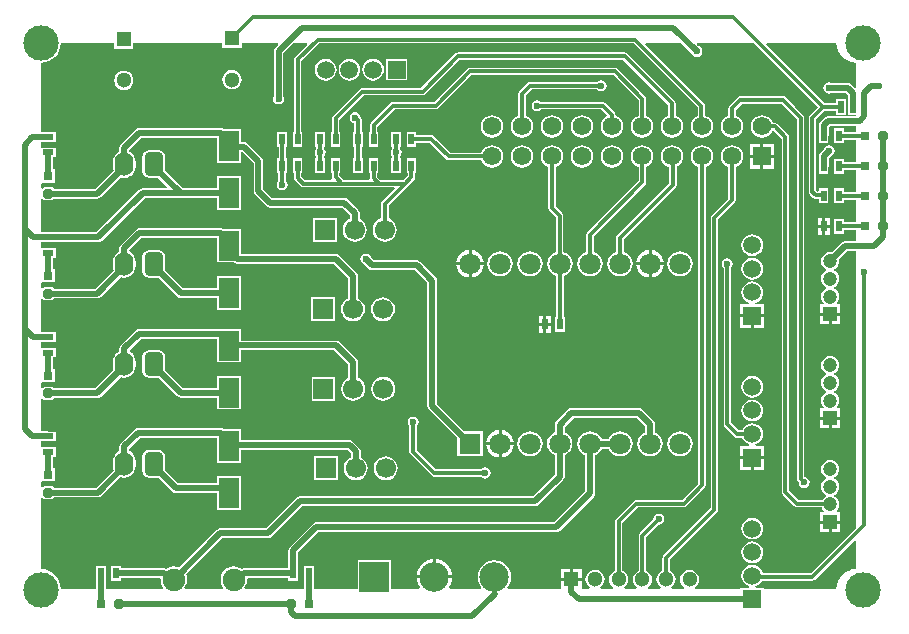
<source format=gtl>
G04*
G04 #@! TF.GenerationSoftware,Altium Limited,Altium Designer,20.1.8 (145)*
G04*
G04 Layer_Physical_Order=1*
G04 Layer_Color=255*
%FSLAX25Y25*%
%MOIN*%
G70*
G04*
G04 #@! TF.SameCoordinates,5DAE46FA-DCB4-4479-A142-53610109B6E0*
G04*
G04*
G04 #@! TF.FilePolarity,Positive*
G04*
G01*
G75*
%ADD17R,0.01968X0.03740*%
%ADD18R,0.03150X0.03150*%
G04:AMPARAMS|DCode=19|XSize=31.5mil|YSize=31.5mil|CornerRadius=7.87mil|HoleSize=0mil|Usage=FLASHONLY|Rotation=180.000|XOffset=0mil|YOffset=0mil|HoleType=Round|Shape=RoundedRectangle|*
%AMROUNDEDRECTD19*
21,1,0.03150,0.01575,0,0,180.0*
21,1,0.01575,0.03150,0,0,180.0*
1,1,0.01575,-0.00787,0.00787*
1,1,0.01575,0.00787,0.00787*
1,1,0.01575,0.00787,-0.00787*
1,1,0.01575,-0.00787,-0.00787*
%
%ADD19ROUNDEDRECTD19*%
%ADD20R,0.01968X0.03937*%
%ADD21R,0.06693X0.09843*%
%ADD22R,0.03740X0.01968*%
G04:AMPARAMS|DCode=23|XSize=31.5mil|YSize=31.5mil|CornerRadius=7.87mil|HoleSize=0mil|Usage=FLASHONLY|Rotation=90.000|XOffset=0mil|YOffset=0mil|HoleType=Round|Shape=RoundedRectangle|*
%AMROUNDEDRECTD23*
21,1,0.03150,0.01575,0,0,90.0*
21,1,0.01575,0.03150,0,0,90.0*
1,1,0.01575,0.00787,0.00787*
1,1,0.01575,0.00787,-0.00787*
1,1,0.01575,-0.00787,-0.00787*
1,1,0.01575,-0.00787,0.00787*
%
%ADD23ROUNDEDRECTD23*%
%ADD24R,0.03150X0.03150*%
%ADD44C,0.06181*%
%ADD45R,0.06181X0.06181*%
%ADD52C,0.05118*%
%ADD53R,0.05118X0.05118*%
%ADD54R,0.05118X0.05118*%
%ADD55C,0.01968*%
%ADD56C,0.01181*%
%ADD57C,0.11811*%
%ADD58C,0.05906*%
%ADD59R,0.05906X0.05906*%
%ADD60R,0.09843X0.09843*%
%ADD61C,0.09843*%
%ADD62R,0.07087X0.07087*%
%ADD63C,0.07087*%
%ADD64C,0.04724*%
%ADD65R,0.04724X0.04724*%
%ADD66R,0.06693X0.06693*%
%ADD67C,0.06693*%
G04:AMPARAMS|DCode=68|XSize=78.74mil|YSize=62.99mil|CornerRadius=15.75mil|HoleSize=0mil|Usage=FLASHONLY|Rotation=270.000|XOffset=0mil|YOffset=0mil|HoleType=Round|Shape=RoundedRectangle|*
%AMROUNDEDRECTD68*
21,1,0.07874,0.03150,0,0,270.0*
21,1,0.04724,0.06299,0,0,270.0*
1,1,0.03150,-0.01575,-0.02362*
1,1,0.03150,-0.01575,0.02362*
1,1,0.03150,0.01575,0.02362*
1,1,0.03150,0.01575,-0.02362*
%
%ADD68ROUNDEDRECTD68*%
%ADD69O,0.06299X0.07874*%
%ADD70R,0.05906X0.05906*%
%ADD71C,0.07480*%
%ADD72C,0.02362*%
G36*
X278598Y194388D02*
X278972Y193156D01*
X279579Y192021D01*
X280396Y191026D01*
X281391Y190209D01*
X282526Y189602D01*
X283758Y189228D01*
X285039Y189102D01*
Y180987D01*
X284539Y180780D01*
X283447Y181872D01*
X282913Y182229D01*
X282283Y182354D01*
X276781D01*
X276691Y182415D01*
X275984Y182555D01*
X275278Y182415D01*
X274679Y182014D01*
X274278Y181415D01*
X274138Y180709D01*
X274278Y180002D01*
X274679Y179403D01*
X275278Y179003D01*
X275984Y178862D01*
X276691Y179003D01*
X276781Y179063D01*
X281602D01*
X282212Y178452D01*
Y174443D01*
X282244Y174284D01*
Y171844D01*
X285039D01*
Y171331D01*
X275590D01*
X274961Y171205D01*
X274427Y170849D01*
X273049Y169471D01*
X272692Y168937D01*
X272567Y168307D01*
Y164780D01*
X272598Y164622D01*
Y162280D01*
X275827D01*
Y164622D01*
X275858Y164780D01*
Y167625D01*
X276272Y168039D01*
X285039D01*
Y166025D01*
X280945D01*
Y167280D01*
X277716D01*
Y162280D01*
X280945D01*
Y163536D01*
X285039D01*
Y155909D01*
X280945D01*
Y157164D01*
X277716D01*
Y152164D01*
X280945D01*
Y153420D01*
X285039D01*
Y146006D01*
X280945D01*
Y147262D01*
X277716D01*
Y142262D01*
X280945D01*
Y143517D01*
X285039D01*
Y135890D01*
X280945D01*
Y137146D01*
X277716D01*
Y132146D01*
X280945D01*
Y133401D01*
X285039D01*
Y129599D01*
X281316D01*
X280686Y129473D01*
X280152Y129116D01*
X276988Y125952D01*
X276378Y126033D01*
X275597Y125930D01*
X274869Y125628D01*
X274244Y125149D01*
X273764Y124524D01*
X273463Y123796D01*
X273360Y123015D01*
X273463Y122234D01*
X273764Y121506D01*
X274244Y120881D01*
X274869Y120401D01*
X275034Y120333D01*
Y119791D01*
X274869Y119723D01*
X274244Y119243D01*
X273764Y118618D01*
X273463Y117890D01*
X273360Y117109D01*
X273463Y116328D01*
X273764Y115600D01*
X274244Y114975D01*
X274869Y114496D01*
X275034Y114427D01*
Y113886D01*
X274869Y113817D01*
X274244Y113338D01*
X273764Y112713D01*
X273463Y111985D01*
X273360Y111204D01*
X273463Y110423D01*
X273764Y109695D01*
X274174Y109160D01*
X274029Y108660D01*
X273016D01*
Y105798D01*
X276378D01*
X279740D01*
Y108660D01*
X278727D01*
X278582Y109160D01*
X278992Y109695D01*
X279293Y110423D01*
X279396Y111204D01*
X279293Y111985D01*
X278992Y112713D01*
X278512Y113338D01*
X277887Y113817D01*
X277721Y113886D01*
Y114427D01*
X277887Y114496D01*
X278512Y114975D01*
X278992Y115600D01*
X279293Y116328D01*
X279396Y117109D01*
X279293Y117890D01*
X278992Y118618D01*
X278512Y119243D01*
X277887Y119723D01*
X277722Y119791D01*
Y120333D01*
X277887Y120401D01*
X278512Y120881D01*
X278992Y121506D01*
X279293Y122234D01*
X279396Y123015D01*
X279316Y123625D01*
X281998Y126307D01*
X285039D01*
Y34043D01*
X269957Y18961D01*
X253895D01*
X253884Y19046D01*
X253523Y19917D01*
X252949Y20665D01*
X252201Y21240D01*
X251329Y21601D01*
X250394Y21724D01*
X249458Y21601D01*
X248587Y21240D01*
X247838Y20665D01*
X247264Y19917D01*
X246903Y19046D01*
X246780Y18110D01*
X246903Y17175D01*
X247264Y16304D01*
X247838Y15555D01*
X248587Y14981D01*
X249291Y14689D01*
X249192Y14189D01*
X246441D01*
Y13780D01*
X231483D01*
X231313Y14280D01*
X231802Y14655D01*
X232313Y15321D01*
X232634Y16097D01*
X232744Y16929D01*
X232634Y17762D01*
X232313Y18537D01*
X231802Y19204D01*
X231136Y19715D01*
X230360Y20036D01*
X229528Y20146D01*
X228695Y20036D01*
X227919Y19715D01*
X227253Y19204D01*
X226742Y18537D01*
X226421Y17762D01*
X226311Y16929D01*
X226421Y16097D01*
X226742Y15321D01*
X227253Y14655D01*
X227742Y14280D01*
X227572Y13780D01*
X223609D01*
X223439Y14280D01*
X223928Y14655D01*
X224439Y15321D01*
X224760Y16097D01*
X224870Y16929D01*
X224760Y17762D01*
X224439Y18537D01*
X223928Y19204D01*
X223262Y19715D01*
X222898Y19865D01*
Y23500D01*
X238675Y39278D01*
X238945Y39681D01*
X239040Y40157D01*
Y136886D01*
X244541Y142388D01*
X244811Y142791D01*
X244906Y143268D01*
Y154402D01*
X245538Y154664D01*
X246315Y155260D01*
X246911Y156037D01*
X247286Y156942D01*
X247414Y157913D01*
X247286Y158885D01*
X246911Y159790D01*
X246315Y160567D01*
X245538Y161163D01*
X244633Y161538D01*
X243661Y161666D01*
X242690Y161538D01*
X241785Y161163D01*
X241008Y160567D01*
X240412Y159790D01*
X240037Y158885D01*
X239909Y157913D01*
X240037Y156942D01*
X240412Y156037D01*
X241008Y155260D01*
X241785Y154664D01*
X242417Y154402D01*
Y143783D01*
X236915Y138282D01*
X236646Y137878D01*
X236551Y137402D01*
Y40673D01*
X220774Y24896D01*
X220504Y24492D01*
X220409Y24016D01*
Y19865D01*
X220045Y19715D01*
X219379Y19204D01*
X218868Y18537D01*
X218547Y17762D01*
X218437Y16929D01*
X218547Y16097D01*
X218868Y15321D01*
X219379Y14655D01*
X219868Y14280D01*
X219698Y13780D01*
X215735D01*
X215565Y14280D01*
X216054Y14655D01*
X216565Y15321D01*
X216886Y16097D01*
X216996Y16929D01*
X216886Y17762D01*
X216565Y18537D01*
X216054Y19204D01*
X215388Y19715D01*
X215024Y19865D01*
Y30981D01*
X219219Y35176D01*
X219291Y35161D01*
X219998Y35302D01*
X220597Y35702D01*
X220997Y36301D01*
X221138Y37008D01*
X220997Y37714D01*
X220597Y38313D01*
X219998Y38714D01*
X219291Y38854D01*
X218585Y38714D01*
X217986Y38313D01*
X217585Y37714D01*
X217445Y37008D01*
X217459Y36936D01*
X212900Y32376D01*
X212630Y31972D01*
X212535Y31496D01*
Y19865D01*
X212171Y19715D01*
X211505Y19204D01*
X210994Y18537D01*
X210673Y17762D01*
X210563Y16929D01*
X210673Y16097D01*
X210994Y15321D01*
X211505Y14655D01*
X211994Y14280D01*
X211824Y13780D01*
X207861D01*
X207691Y14280D01*
X208180Y14655D01*
X208691Y15321D01*
X209012Y16097D01*
X209122Y16929D01*
X209012Y17762D01*
X208691Y18537D01*
X208180Y19204D01*
X207514Y19715D01*
X207150Y19865D01*
Y35705D01*
X212327Y40882D01*
X227559D01*
X228035Y40976D01*
X228439Y41246D01*
X234541Y47348D01*
X234811Y47752D01*
X234906Y48228D01*
Y154402D01*
X235538Y154664D01*
X236315Y155260D01*
X236911Y156037D01*
X237286Y156942D01*
X237414Y157913D01*
X237286Y158885D01*
X236911Y159790D01*
X236315Y160567D01*
X235538Y161163D01*
X234633Y161538D01*
X233661Y161666D01*
X232690Y161538D01*
X231785Y161163D01*
X231008Y160567D01*
X230412Y159790D01*
X230037Y158885D01*
X229909Y157913D01*
X230037Y156942D01*
X230412Y156037D01*
X231008Y155260D01*
X231785Y154664D01*
X232417Y154402D01*
Y48744D01*
X227044Y43370D01*
X211811D01*
X211335Y43276D01*
X210931Y43006D01*
X205026Y37100D01*
X204756Y36697D01*
X204661Y36220D01*
Y19865D01*
X204297Y19715D01*
X203631Y19204D01*
X203120Y18537D01*
X202799Y17762D01*
X202689Y16929D01*
X202799Y16097D01*
X203120Y15321D01*
X203631Y14655D01*
X204120Y14280D01*
X203950Y13780D01*
X199987D01*
X199817Y14280D01*
X200306Y14655D01*
X200817Y15321D01*
X201138Y16097D01*
X201248Y16929D01*
X201138Y17762D01*
X200817Y18537D01*
X200306Y19204D01*
X199640Y19715D01*
X198864Y20036D01*
X198031Y20146D01*
X197199Y20036D01*
X196423Y19715D01*
X195757Y19204D01*
X195246Y18537D01*
X194925Y17762D01*
X194815Y16929D01*
X194925Y16097D01*
X195246Y15321D01*
X195757Y14655D01*
X196246Y14280D01*
X196076Y13780D01*
X193717D01*
Y16429D01*
X190157D01*
X186598D01*
Y13780D01*
X169030D01*
X168808Y14228D01*
X169337Y14917D01*
X169896Y16267D01*
X170087Y17717D01*
X169896Y19166D01*
X169337Y20516D01*
X168447Y21676D01*
X167288Y22566D01*
X165937Y23125D01*
X164488Y23316D01*
X163039Y23125D01*
X161689Y22566D01*
X160529Y21676D01*
X159639Y20516D01*
X159080Y19166D01*
X158889Y17717D01*
X159080Y16267D01*
X159639Y14917D01*
X160168Y14228D01*
X159947Y13780D01*
X149502D01*
X149288Y14232D01*
X149435Y14411D01*
X149985Y15440D01*
X150324Y16556D01*
X150389Y17217D01*
X144488D01*
X138587D01*
X138653Y16556D01*
X138991Y15440D01*
X139541Y14411D01*
X139688Y14232D01*
X139474Y13780D01*
X130039D01*
Y23268D01*
X118937D01*
Y13780D01*
X104205D01*
Y18898D01*
X104173Y19057D01*
Y21398D01*
X100945D01*
Y19057D01*
X100913Y18898D01*
Y13780D01*
X81291D01*
X81070Y14228D01*
X81400Y14658D01*
X81840Y15721D01*
X81990Y16862D01*
X81989Y16876D01*
X82318Y17252D01*
X95827D01*
Y16398D01*
X99055D01*
Y18739D01*
X99087Y18898D01*
Y25893D01*
X105800Y32606D01*
X185039D01*
X185669Y32732D01*
X186203Y33088D01*
X197502Y44387D01*
X197859Y44921D01*
X197984Y45551D01*
Y58291D01*
X198443Y58481D01*
X199315Y59150D01*
X199984Y60021D01*
X200174Y60480D01*
X202503D01*
X202693Y60021D01*
X203362Y59150D01*
X204234Y58481D01*
X205249Y58060D01*
X206339Y57917D01*
X207428Y58060D01*
X208443Y58481D01*
X209315Y59150D01*
X209984Y60021D01*
X210404Y61036D01*
X210548Y62126D01*
X210404Y63215D01*
X209984Y64231D01*
X209315Y65102D01*
X208443Y65771D01*
X207428Y66192D01*
X206339Y66335D01*
X205249Y66192D01*
X204234Y65771D01*
X203362Y65102D01*
X202693Y64231D01*
X202503Y63772D01*
X200174D01*
X199984Y64231D01*
X199315Y65102D01*
X198443Y65771D01*
X197428Y66192D01*
X196339Y66335D01*
X195249Y66192D01*
X194234Y65771D01*
X193362Y65102D01*
X192693Y64231D01*
X192273Y63215D01*
X192129Y62126D01*
X192273Y61036D01*
X192693Y60021D01*
X193362Y59150D01*
X194234Y58481D01*
X194693Y58291D01*
Y46233D01*
X184358Y35898D01*
X105118D01*
X104488Y35772D01*
X103954Y35416D01*
X96277Y27738D01*
X95920Y27205D01*
X95795Y26575D01*
Y20543D01*
X81102D01*
X80472Y20418D01*
X80288Y20295D01*
X79787Y20679D01*
X78724Y21120D01*
X77583Y21270D01*
X76442Y21120D01*
X75379Y20679D01*
X74466Y19979D01*
X73765Y19066D01*
X73325Y18003D01*
X73175Y16862D01*
X73325Y15721D01*
X73765Y14658D01*
X74096Y14228D01*
X73874Y13780D01*
X61291D01*
X61070Y14228D01*
X61400Y14658D01*
X61840Y15721D01*
X61990Y16862D01*
X61840Y18003D01*
X61609Y18561D01*
X73686Y30638D01*
X88976D01*
X89606Y30763D01*
X90140Y31120D01*
X100288Y41268D01*
X177953D01*
X178583Y41393D01*
X179116Y41750D01*
X187384Y50017D01*
X187741Y50551D01*
X187866Y51181D01*
Y58369D01*
X188325Y58559D01*
X189197Y59228D01*
X189866Y60100D01*
X190286Y61115D01*
X190430Y62205D01*
X190286Y63294D01*
X189866Y64309D01*
X189197Y65181D01*
X188325Y65850D01*
X187866Y66040D01*
Y67822D01*
X190839Y70795D01*
X211917D01*
X214693Y68019D01*
Y65961D01*
X214234Y65771D01*
X213362Y65102D01*
X212693Y64231D01*
X212273Y63215D01*
X212129Y62126D01*
X212273Y61036D01*
X212693Y60021D01*
X213362Y59150D01*
X214234Y58481D01*
X215249Y58060D01*
X216339Y57917D01*
X217428Y58060D01*
X218443Y58481D01*
X219315Y59150D01*
X219984Y60021D01*
X220404Y61036D01*
X220548Y62126D01*
X220404Y63215D01*
X219984Y64231D01*
X219315Y65102D01*
X218443Y65771D01*
X217984Y65961D01*
Y68701D01*
X217859Y69331D01*
X217502Y69864D01*
X213762Y73605D01*
X213228Y73962D01*
X212598Y74087D01*
X190157D01*
X189528Y73962D01*
X188994Y73605D01*
X185057Y69668D01*
X184700Y69134D01*
X184575Y68504D01*
Y66040D01*
X184116Y65850D01*
X183244Y65181D01*
X182575Y64309D01*
X182155Y63294D01*
X182011Y62205D01*
X182155Y61115D01*
X182575Y60100D01*
X183244Y59228D01*
X184116Y58559D01*
X184575Y58369D01*
Y51863D01*
X177271Y44559D01*
X99606D01*
X98976Y44434D01*
X98443Y44077D01*
X88295Y33929D01*
X73004D01*
X72374Y33804D01*
X71840Y33447D01*
X59282Y20889D01*
X58723Y21120D01*
X57583Y21270D01*
X56442Y21120D01*
X55379Y20679D01*
X55002Y20390D01*
X54961Y20418D01*
X54331Y20543D01*
X40000D01*
Y21398D01*
X36772D01*
Y19057D01*
X36740Y18898D01*
X36772Y18739D01*
Y16398D01*
X40000D01*
Y17252D01*
X52847D01*
X53177Y16876D01*
X53175Y16862D01*
X53325Y15721D01*
X53765Y14658D01*
X54096Y14228D01*
X53874Y13780D01*
X34914D01*
Y18898D01*
X34882Y19057D01*
Y21398D01*
X31654D01*
Y19057D01*
X31622Y18898D01*
Y13780D01*
X19953D01*
X19827Y15061D01*
X19453Y16293D01*
X18846Y17428D01*
X18029Y18423D01*
X17034Y19240D01*
X15899Y19847D01*
X14667Y20220D01*
X13386Y20347D01*
Y43984D01*
X13886Y44136D01*
X13939Y44057D01*
X14408Y43744D01*
X14961Y43634D01*
X16535D01*
X17088Y43744D01*
X17557Y44057D01*
X17666Y44220D01*
X32334D01*
X32963Y44346D01*
X33497Y44702D01*
X39895Y51100D01*
X40155Y50992D01*
X41142Y50862D01*
X42128Y50992D01*
X43048Y51373D01*
X43837Y51979D01*
X44443Y52768D01*
X44824Y53688D01*
X44954Y54674D01*
Y56249D01*
X44824Y57236D01*
X44443Y58155D01*
X43837Y58945D01*
X43048Y59550D01*
X42788Y59658D01*
Y60539D01*
X46351Y64102D01*
X72008D01*
Y55866D01*
X79961D01*
Y60019D01*
X115607D01*
X116622Y59003D01*
Y57559D01*
X116262Y57410D01*
X115432Y56773D01*
X114794Y55942D01*
X114394Y54975D01*
X114257Y53937D01*
X114394Y52899D01*
X114794Y51932D01*
X115432Y51101D01*
X116262Y50464D01*
X117230Y50063D01*
X118268Y49926D01*
X119306Y50063D01*
X120273Y50464D01*
X121104Y51101D01*
X121741Y51932D01*
X122142Y52899D01*
X122278Y53937D01*
X122142Y54975D01*
X121741Y55942D01*
X121104Y56773D01*
X120273Y57410D01*
X119913Y57559D01*
Y59685D01*
X119788Y60315D01*
X119431Y60849D01*
X117452Y62828D01*
X116918Y63185D01*
X116288Y63310D01*
X79961D01*
Y66969D01*
X74307D01*
X73858Y67269D01*
X73228Y67394D01*
X45669D01*
X45039Y67269D01*
X44506Y66912D01*
X39978Y62384D01*
X39621Y61850D01*
X39496Y61221D01*
Y59658D01*
X39236Y59550D01*
X38446Y58945D01*
X37840Y58155D01*
X37459Y57236D01*
X37330Y56249D01*
Y54674D01*
X37459Y53688D01*
X37567Y53427D01*
X31652Y47512D01*
X17666D01*
X17557Y47675D01*
X17088Y47989D01*
X16535Y48099D01*
X14961D01*
X14408Y47989D01*
X13939Y47675D01*
X13886Y47596D01*
X13386Y47748D01*
Y49132D01*
X13543Y49567D01*
X17953D01*
Y53976D01*
X17394D01*
Y57851D01*
X18248D01*
Y61080D01*
X15907D01*
X15748Y61111D01*
X15589Y61080D01*
X13386D01*
Y62938D01*
X15748D01*
X15907Y62969D01*
X18248D01*
Y66198D01*
X15907D01*
X15748Y66229D01*
X13386D01*
Y77055D01*
X13886Y77207D01*
X13939Y77128D01*
X14408Y76815D01*
X14961Y76705D01*
X16535D01*
X17088Y76815D01*
X17557Y77128D01*
X17666Y77291D01*
X32120D01*
X32750Y77416D01*
X33284Y77773D01*
X39895Y84384D01*
X40155Y84276D01*
X41142Y84146D01*
X42128Y84276D01*
X43048Y84657D01*
X43837Y85263D01*
X44443Y86053D01*
X44824Y86972D01*
X44954Y87959D01*
Y89534D01*
X44824Y90520D01*
X44443Y91439D01*
X43837Y92229D01*
X43057Y92828D01*
X43047Y92843D01*
X42976Y93405D01*
X46745Y97173D01*
X72008D01*
Y89297D01*
X79961D01*
Y93236D01*
X111129D01*
X115834Y88531D01*
Y84069D01*
X115475Y83920D01*
X114644Y83282D01*
X114007Y82451D01*
X113606Y81484D01*
X113470Y80446D01*
X113606Y79408D01*
X114007Y78441D01*
X114644Y77610D01*
X115475Y76973D01*
X116442Y76572D01*
X117480Y76436D01*
X118518Y76572D01*
X119486Y76973D01*
X120316Y77610D01*
X120954Y78441D01*
X121354Y79408D01*
X121491Y80446D01*
X121354Y81484D01*
X120954Y82451D01*
X120316Y83282D01*
X119486Y83920D01*
X119126Y84069D01*
Y89213D01*
X119001Y89842D01*
X118644Y90376D01*
X112975Y96046D01*
X112441Y96402D01*
X111811Y96528D01*
X79961D01*
Y100400D01*
X73556D01*
X73228Y100465D01*
X46063D01*
X45433Y100339D01*
X44899Y99983D01*
X39978Y95061D01*
X39621Y94528D01*
X39496Y93898D01*
Y92943D01*
X39236Y92835D01*
X38446Y92229D01*
X37840Y91439D01*
X37459Y90520D01*
X37330Y89534D01*
Y87959D01*
X37459Y86972D01*
X37567Y86712D01*
X31438Y80583D01*
X17666D01*
X17557Y80746D01*
X17088Y81059D01*
X16535Y81169D01*
X14961D01*
X14408Y81059D01*
X13939Y80746D01*
X13886Y80667D01*
X13386Y80819D01*
Y82203D01*
X13543Y82638D01*
X17953D01*
Y87047D01*
X17394D01*
Y90922D01*
X18248D01*
Y94151D01*
X15907D01*
X15748Y94182D01*
X15589Y94151D01*
X13386D01*
Y96009D01*
X15748D01*
X15907Y96040D01*
X18248D01*
Y99269D01*
X15907D01*
X15748Y99300D01*
X13386D01*
Y110323D01*
X13886Y110475D01*
X13939Y110396D01*
X14408Y110082D01*
X14961Y109972D01*
X16535D01*
X17088Y110082D01*
X17557Y110396D01*
X17666Y110559D01*
X32103D01*
X32733Y110684D01*
X33267Y111041D01*
X39895Y117669D01*
X40155Y117561D01*
X41142Y117431D01*
X42128Y117561D01*
X43048Y117942D01*
X43837Y118547D01*
X44443Y119337D01*
X44824Y120256D01*
X44954Y121243D01*
Y122818D01*
X44824Y123805D01*
X44443Y124724D01*
X43837Y125514D01*
X43048Y126119D01*
X42844Y126204D01*
X42796Y126689D01*
X46745Y130638D01*
X72008D01*
Y122582D01*
X77661D01*
X78110Y122282D01*
X78740Y122156D01*
X110949D01*
X115677Y117429D01*
Y110578D01*
X115317Y110429D01*
X114487Y109791D01*
X113849Y108961D01*
X113449Y107993D01*
X113312Y106955D01*
X113449Y105917D01*
X113849Y104950D01*
X114487Y104119D01*
X115317Y103482D01*
X116285Y103081D01*
X117323Y102945D01*
X118361Y103081D01*
X119328Y103482D01*
X120159Y104119D01*
X120796Y104950D01*
X121197Y105917D01*
X121334Y106955D01*
X121197Y107993D01*
X120796Y108961D01*
X120159Y109791D01*
X119328Y110429D01*
X118969Y110578D01*
Y118110D01*
X118843Y118740D01*
X118487Y119274D01*
X112795Y124966D01*
X112261Y125323D01*
X111631Y125448D01*
X79961D01*
Y133684D01*
X74038D01*
X73858Y133804D01*
X73228Y133929D01*
X46063D01*
X45433Y133804D01*
X44899Y133447D01*
X39978Y128526D01*
X39621Y127992D01*
X39496Y127362D01*
Y126227D01*
X39236Y126119D01*
X38446Y125514D01*
X37840Y124724D01*
X37459Y123805D01*
X37330Y122818D01*
Y121243D01*
X37459Y120256D01*
X37567Y119996D01*
X31422Y113850D01*
X17666D01*
X17557Y114014D01*
X17088Y114327D01*
X16535Y114437D01*
X14961D01*
X14408Y114327D01*
X13939Y114014D01*
X13886Y113935D01*
X13386Y114086D01*
Y115471D01*
X13543Y115905D01*
X17953D01*
Y120315D01*
X17394D01*
Y124190D01*
X18248D01*
Y127418D01*
X15907D01*
X15748Y127450D01*
X15589Y127418D01*
X13386D01*
Y129277D01*
X32497D01*
X33127Y129402D01*
X33661Y129759D01*
X47926Y144024D01*
X72008D01*
Y140118D01*
X79961D01*
Y151221D01*
X72008D01*
Y147315D01*
X60524D01*
X54807Y153032D01*
Y157677D01*
X54636Y158537D01*
X54149Y159267D01*
X53419Y159754D01*
X52559Y159925D01*
X49409D01*
X48549Y159754D01*
X47820Y159267D01*
X47333Y158537D01*
X47161Y157677D01*
Y152953D01*
X47333Y152093D01*
X47820Y151363D01*
X48549Y150876D01*
X49409Y150705D01*
X52479D01*
X55407Y147777D01*
X55216Y147315D01*
X47244D01*
X46614Y147190D01*
X46080Y146833D01*
X31815Y132568D01*
X13386D01*
Y143591D01*
X13886Y143743D01*
X13939Y143663D01*
X14408Y143350D01*
X14961Y143240D01*
X16535D01*
X17088Y143350D01*
X17557Y143663D01*
X17666Y143827D01*
X32087D01*
X32716Y143952D01*
X33250Y144309D01*
X39895Y150953D01*
X40155Y150845D01*
X41142Y150715D01*
X42128Y150845D01*
X43048Y151226D01*
X43837Y151832D01*
X44443Y152621D01*
X44824Y153541D01*
X44954Y154528D01*
Y156102D01*
X44824Y157089D01*
X44443Y158009D01*
X43837Y158798D01*
X43048Y159404D01*
X42788Y159512D01*
Y160145D01*
X46745Y164102D01*
X72008D01*
Y155866D01*
X79961D01*
Y159281D01*
X80461Y159338D01*
X84181Y155617D01*
Y146457D01*
X84306Y145827D01*
X84663Y145293D01*
X88600Y141356D01*
X89134Y140999D01*
X89764Y140874D01*
X113700D01*
X116307Y138267D01*
Y137087D01*
X115947Y136938D01*
X115117Y136301D01*
X114479Y135470D01*
X114079Y134503D01*
X113942Y133465D01*
X114079Y132427D01*
X114479Y131459D01*
X115117Y130629D01*
X115947Y129991D01*
X116915Y129590D01*
X117953Y129454D01*
X118991Y129590D01*
X119958Y129991D01*
X120789Y130629D01*
X121426Y131459D01*
X121827Y132427D01*
X121963Y133465D01*
X121827Y134503D01*
X121426Y135470D01*
X120789Y136301D01*
X119958Y136938D01*
X119599Y137087D01*
Y138949D01*
X119473Y139579D01*
X119116Y140113D01*
X115546Y143683D01*
X115012Y144040D01*
X114382Y144166D01*
X90446D01*
X87473Y147138D01*
Y156299D01*
X87347Y156929D01*
X86990Y157463D01*
X82266Y162187D01*
X81732Y162544D01*
X81102Y162669D01*
X79961D01*
Y166969D01*
X74307D01*
X73858Y167269D01*
X73228Y167394D01*
X46063D01*
X45433Y167269D01*
X44899Y166912D01*
X39978Y161990D01*
X39621Y161457D01*
X39496Y160827D01*
Y159512D01*
X39236Y159404D01*
X38446Y158798D01*
X37840Y158009D01*
X37459Y157089D01*
X37330Y156102D01*
Y154528D01*
X37459Y153541D01*
X37567Y153281D01*
X31405Y147118D01*
X17666D01*
X17557Y147282D01*
X17088Y147595D01*
X16535Y147705D01*
X14961D01*
X14408Y147595D01*
X13939Y147282D01*
X13886Y147202D01*
X13386Y147354D01*
Y148739D01*
X13543Y149173D01*
X17953D01*
Y153583D01*
X17394D01*
Y157638D01*
X18248D01*
Y160866D01*
X15907D01*
X15748Y160898D01*
X15589Y160866D01*
X13386D01*
Y162724D01*
X15748D01*
X15907Y162756D01*
X18248D01*
Y165984D01*
X15907D01*
X15748Y166016D01*
X13386D01*
Y189102D01*
X14667Y189228D01*
X15899Y189602D01*
X17034Y190209D01*
X18029Y191026D01*
X18846Y192021D01*
X19453Y193156D01*
X19827Y194388D01*
X19953Y195669D01*
X37756D01*
Y193858D01*
X44134D01*
Y195669D01*
X73796D01*
Y194072D01*
X80174D01*
Y195669D01*
X92295D01*
X92486Y195207D01*
X91356Y194077D01*
X90999Y193543D01*
X90874Y192913D01*
Y177962D01*
X90814Y177872D01*
X90673Y177165D01*
X90814Y176459D01*
X91214Y175860D01*
X91813Y175459D01*
X92520Y175319D01*
X93226Y175459D01*
X93825Y175860D01*
X94226Y176459D01*
X94366Y177165D01*
X94226Y177872D01*
X94165Y177962D01*
Y192232D01*
X97603Y195669D01*
X101918D01*
X102109Y195207D01*
X98006Y191104D01*
X97736Y190701D01*
X97641Y190224D01*
Y166125D01*
X97272D01*
Y161125D01*
X100500D01*
Y166125D01*
X100130D01*
Y189709D01*
X106027Y195606D01*
X210902D01*
X232220Y174288D01*
Y171343D01*
X231785Y171163D01*
X231008Y170567D01*
X230412Y169790D01*
X230037Y168885D01*
X229909Y167913D01*
X230037Y166942D01*
X230412Y166037D01*
X231008Y165260D01*
X231785Y164664D01*
X232690Y164289D01*
X233661Y164161D01*
X234633Y164289D01*
X235538Y164664D01*
X236315Y165260D01*
X236911Y166037D01*
X237286Y166942D01*
X237414Y167913D01*
X237286Y168885D01*
X236911Y169790D01*
X236315Y170567D01*
X235538Y171163D01*
X234709Y171507D01*
Y174803D01*
X234614Y175279D01*
X234345Y175683D01*
X214820Y195207D01*
X215012Y195669D01*
X226806D01*
X230163Y192313D01*
X230184Y192207D01*
X230584Y191608D01*
X231183Y191207D01*
X231890Y191067D01*
X232596Y191207D01*
X233195Y191608D01*
X233596Y192207D01*
X233736Y192913D01*
X233596Y193620D01*
X233195Y194219D01*
X232596Y194619D01*
X232490Y194641D01*
X231923Y195207D01*
X232115Y195669D01*
X251063D01*
X272289Y174443D01*
X269592Y171746D01*
X269323Y171342D01*
X269228Y170866D01*
Y146063D01*
X269323Y145587D01*
X269592Y145183D01*
X270774Y144002D01*
X271177Y143732D01*
X271654Y143638D01*
X272598D01*
Y142262D01*
X275827D01*
Y147262D01*
X272598D01*
Y146297D01*
X272098Y146197D01*
X271717Y146578D01*
Y170351D01*
X274565Y173199D01*
X278307D01*
Y171844D01*
X281535D01*
Y177041D01*
X278307D01*
Y175687D01*
X274565D01*
X255045Y195207D01*
X255236Y195669D01*
X278472D01*
X278598Y194388D01*
D02*
G37*
G36*
X285039Y29870D02*
Y20347D01*
X283758Y20220D01*
X282526Y19847D01*
X281391Y19240D01*
X280396Y18423D01*
X279579Y17428D01*
X278972Y16293D01*
X278598Y15061D01*
X278472Y13780D01*
X254346D01*
Y14189D01*
X251595D01*
X251496Y14689D01*
X252201Y14981D01*
X252949Y15555D01*
X253523Y16304D01*
X253593Y16472D01*
X270472D01*
X270949Y16567D01*
X271352Y16837D01*
X284577Y30062D01*
X285039Y29870D01*
D02*
G37*
%LPC*%
G36*
X135472Y190394D02*
X128307D01*
Y183228D01*
X135472D01*
Y190394D01*
D02*
G37*
G36*
X124016Y190425D02*
X123081Y190302D01*
X122209Y189941D01*
X121461Y189366D01*
X120886Y188618D01*
X120525Y187746D01*
X120402Y186811D01*
X120525Y185876D01*
X120886Y185004D01*
X121461Y184256D01*
X122209Y183682D01*
X123081Y183321D01*
X124016Y183197D01*
X124951Y183321D01*
X125822Y183682D01*
X126571Y184256D01*
X127145Y185004D01*
X127506Y185876D01*
X127629Y186811D01*
X127506Y187746D01*
X127145Y188618D01*
X126571Y189366D01*
X125822Y189941D01*
X124951Y190302D01*
X124016Y190425D01*
D02*
G37*
G36*
X116142D02*
X115207Y190302D01*
X114335Y189941D01*
X113586Y189366D01*
X113012Y188618D01*
X112651Y187746D01*
X112528Y186811D01*
X112651Y185876D01*
X113012Y185004D01*
X113586Y184256D01*
X114335Y183682D01*
X115207Y183321D01*
X116142Y183197D01*
X117077Y183321D01*
X117948Y183682D01*
X118697Y184256D01*
X119271Y185004D01*
X119632Y185876D01*
X119755Y186811D01*
X119632Y187746D01*
X119271Y188618D01*
X118697Y189366D01*
X117948Y189941D01*
X117077Y190302D01*
X116142Y190425D01*
D02*
G37*
G36*
X108268D02*
X107332Y190302D01*
X106461Y189941D01*
X105712Y189366D01*
X105138Y188618D01*
X104777Y187746D01*
X104654Y186811D01*
X104777Y185876D01*
X105138Y185004D01*
X105712Y184256D01*
X106461Y183682D01*
X107332Y183321D01*
X108268Y183197D01*
X109203Y183321D01*
X110074Y183682D01*
X110823Y184256D01*
X111397Y185004D01*
X111758Y185876D01*
X111881Y186811D01*
X111758Y187746D01*
X111397Y188618D01*
X110823Y189366D01*
X110074Y189941D01*
X109203Y190302D01*
X108268Y190425D01*
D02*
G37*
G36*
X76985Y186698D02*
X76153Y186588D01*
X75377Y186267D01*
X74711Y185756D01*
X74200Y185090D01*
X73878Y184314D01*
X73769Y183481D01*
X73878Y182649D01*
X74200Y181873D01*
X74711Y181207D01*
X75377Y180696D01*
X76153Y180374D01*
X76985Y180265D01*
X77818Y180374D01*
X78593Y180696D01*
X79260Y181207D01*
X79771Y181873D01*
X80092Y182649D01*
X80202Y183481D01*
X80092Y184314D01*
X79771Y185090D01*
X79260Y185756D01*
X78593Y186267D01*
X77818Y186588D01*
X76985Y186698D01*
D02*
G37*
G36*
X40945Y186484D02*
X40112Y186375D01*
X39337Y186053D01*
X38671Y185542D01*
X38159Y184876D01*
X37838Y184100D01*
X37728Y183268D01*
X37838Y182435D01*
X38159Y181659D01*
X38671Y180993D01*
X39337Y180482D01*
X40112Y180161D01*
X40945Y180051D01*
X41777Y180161D01*
X42553Y180482D01*
X43219Y180993D01*
X43730Y181659D01*
X44052Y182435D01*
X44161Y183268D01*
X44052Y184100D01*
X43730Y184876D01*
X43219Y185542D01*
X42553Y186053D01*
X41777Y186375D01*
X40945Y186484D01*
D02*
G37*
G36*
X200000Y183343D02*
X199293Y183202D01*
X198694Y182802D01*
X198653Y182740D01*
X176378D01*
X175902Y182646D01*
X175498Y182376D01*
X172782Y179659D01*
X172512Y179256D01*
X172417Y178779D01*
Y171425D01*
X171785Y171163D01*
X171008Y170567D01*
X170412Y169790D01*
X170037Y168885D01*
X169909Y167913D01*
X170037Y166942D01*
X170412Y166037D01*
X171008Y165260D01*
X171785Y164664D01*
X172690Y164289D01*
X173661Y164161D01*
X174633Y164289D01*
X175538Y164664D01*
X176315Y165260D01*
X176911Y166037D01*
X177286Y166942D01*
X177414Y167913D01*
X177286Y168885D01*
X176911Y169790D01*
X176315Y170567D01*
X175538Y171163D01*
X174906Y171425D01*
Y178264D01*
X176893Y180252D01*
X198653D01*
X198694Y180190D01*
X199293Y179790D01*
X200000Y179650D01*
X200707Y179790D01*
X201306Y180190D01*
X201706Y180789D01*
X201847Y181496D01*
X201706Y182203D01*
X201306Y182802D01*
X200707Y183202D01*
X200000Y183343D01*
D02*
G37*
G36*
X207874Y192583D02*
X152362D01*
X151886Y192488D01*
X151482Y192218D01*
X140036Y180772D01*
X120472D01*
X119996Y180677D01*
X119592Y180408D01*
X110648Y171463D01*
X110378Y171059D01*
X110283Y170583D01*
Y166125D01*
X109913D01*
Y161125D01*
X113142D01*
Y166125D01*
X112772D01*
Y170067D01*
X120988Y178283D01*
X140551D01*
X141027Y178378D01*
X141431Y178648D01*
X152878Y190094D01*
X207359D01*
X222417Y175036D01*
Y171425D01*
X221785Y171163D01*
X221008Y170567D01*
X220412Y169790D01*
X220037Y168885D01*
X219909Y167913D01*
X220037Y166942D01*
X220412Y166037D01*
X221008Y165260D01*
X221785Y164664D01*
X222690Y164289D01*
X223661Y164161D01*
X224633Y164289D01*
X225538Y164664D01*
X226315Y165260D01*
X226911Y166037D01*
X227286Y166942D01*
X227414Y167913D01*
X227286Y168885D01*
X226911Y169790D01*
X226315Y170567D01*
X225538Y171163D01*
X224906Y171425D01*
Y175551D01*
X224811Y176027D01*
X224541Y176431D01*
X208754Y192218D01*
X208350Y192488D01*
X207874Y192583D01*
D02*
G37*
G36*
X204724Y187465D02*
X156299D01*
X155823Y187370D01*
X155419Y187100D01*
X144367Y176048D01*
X130709D01*
X130232Y175953D01*
X129829Y175683D01*
X123289Y169144D01*
X123020Y168740D01*
X122925Y168264D01*
Y166125D01*
X122555D01*
Y161125D01*
X125784D01*
Y166125D01*
X125414D01*
Y167748D01*
X131224Y173559D01*
X144882D01*
X145358Y173653D01*
X145762Y173923D01*
X156815Y184976D01*
X204209D01*
X212535Y176650D01*
Y171474D01*
X211785Y171163D01*
X211008Y170567D01*
X210412Y169790D01*
X210037Y168885D01*
X209909Y167913D01*
X210037Y166942D01*
X210412Y166037D01*
X211008Y165260D01*
X211785Y164664D01*
X212690Y164289D01*
X213661Y164161D01*
X214633Y164289D01*
X215538Y164664D01*
X216315Y165260D01*
X216911Y166037D01*
X217286Y166942D01*
X217414Y167913D01*
X217286Y168885D01*
X216911Y169790D01*
X216315Y170567D01*
X215538Y171163D01*
X215024Y171376D01*
Y177165D01*
X214929Y177642D01*
X214659Y178045D01*
X205604Y187100D01*
X205201Y187370D01*
X204724Y187465D01*
D02*
G37*
G36*
X178740Y176650D02*
X178033Y176509D01*
X177435Y176109D01*
X177034Y175510D01*
X176894Y174803D01*
X177034Y174097D01*
X177435Y173497D01*
X178033Y173097D01*
X178740Y172957D01*
X179447Y173097D01*
X180046Y173497D01*
X180087Y173559D01*
X200009D01*
X201905Y171663D01*
X201833Y171300D01*
X201735Y171125D01*
X201008Y170567D01*
X200412Y169790D01*
X200037Y168885D01*
X199909Y167913D01*
X200037Y166942D01*
X200412Y166037D01*
X201008Y165260D01*
X201785Y164664D01*
X202690Y164289D01*
X203661Y164161D01*
X204633Y164289D01*
X205538Y164664D01*
X206315Y165260D01*
X206911Y166037D01*
X207286Y166942D01*
X207414Y167913D01*
X207286Y168885D01*
X206911Y169790D01*
X206315Y170567D01*
X205538Y171163D01*
X204906Y171425D01*
Y171666D01*
X204811Y172142D01*
X204541Y172546D01*
X201404Y175683D01*
X201000Y175953D01*
X200524Y176048D01*
X180087D01*
X180046Y176109D01*
X179447Y176509D01*
X178740Y176650D01*
D02*
G37*
G36*
X193661Y171666D02*
X192690Y171538D01*
X191785Y171163D01*
X191008Y170567D01*
X190412Y169790D01*
X190037Y168885D01*
X189909Y167913D01*
X190037Y166942D01*
X190412Y166037D01*
X191008Y165260D01*
X191785Y164664D01*
X192690Y164289D01*
X193661Y164161D01*
X194633Y164289D01*
X195538Y164664D01*
X196315Y165260D01*
X196911Y166037D01*
X197286Y166942D01*
X197414Y167913D01*
X197286Y168885D01*
X196911Y169790D01*
X196315Y170567D01*
X195538Y171163D01*
X194633Y171538D01*
X193661Y171666D01*
D02*
G37*
G36*
X183661D02*
X182690Y171538D01*
X181785Y171163D01*
X181008Y170567D01*
X180412Y169790D01*
X180037Y168885D01*
X179909Y167913D01*
X180037Y166942D01*
X180412Y166037D01*
X181008Y165260D01*
X181785Y164664D01*
X182690Y164289D01*
X183661Y164161D01*
X184633Y164289D01*
X185538Y164664D01*
X186315Y165260D01*
X186911Y166037D01*
X187286Y166942D01*
X187414Y167913D01*
X187286Y168885D01*
X186911Y169790D01*
X186315Y170567D01*
X185538Y171163D01*
X184633Y171538D01*
X183661Y171666D01*
D02*
G37*
G36*
X163661D02*
X162690Y171538D01*
X161785Y171163D01*
X161008Y170567D01*
X160412Y169790D01*
X160037Y168885D01*
X159909Y167913D01*
X160037Y166942D01*
X160412Y166037D01*
X161008Y165260D01*
X161785Y164664D01*
X162690Y164289D01*
X163661Y164161D01*
X164633Y164289D01*
X165538Y164664D01*
X166315Y165260D01*
X166911Y166037D01*
X167286Y166942D01*
X167414Y167913D01*
X167286Y168885D01*
X166911Y169790D01*
X166315Y170567D01*
X165538Y171163D01*
X164633Y171538D01*
X163661Y171666D01*
D02*
G37*
G36*
X257752Y162004D02*
X254162D01*
Y158413D01*
X257752D01*
Y162004D01*
D02*
G37*
G36*
X253162D02*
X249571D01*
Y158413D01*
X253162D01*
Y162004D01*
D02*
G37*
G36*
X203661Y161666D02*
X202690Y161538D01*
X201785Y161163D01*
X201008Y160567D01*
X200412Y159790D01*
X200037Y158885D01*
X199909Y157913D01*
X200037Y156942D01*
X200412Y156037D01*
X201008Y155260D01*
X201785Y154664D01*
X202690Y154289D01*
X203661Y154161D01*
X204633Y154289D01*
X205538Y154664D01*
X206315Y155260D01*
X206911Y156037D01*
X207286Y156942D01*
X207414Y157913D01*
X207286Y158885D01*
X206911Y159790D01*
X206315Y160567D01*
X205538Y161163D01*
X204633Y161538D01*
X203661Y161666D01*
D02*
G37*
G36*
X193661D02*
X192690Y161538D01*
X191785Y161163D01*
X191008Y160567D01*
X190412Y159790D01*
X190037Y158885D01*
X189909Y157913D01*
X190037Y156942D01*
X190412Y156037D01*
X191008Y155260D01*
X191785Y154664D01*
X192690Y154289D01*
X193661Y154161D01*
X194633Y154289D01*
X195538Y154664D01*
X196315Y155260D01*
X196911Y156037D01*
X197286Y156942D01*
X197414Y157913D01*
X197286Y158885D01*
X196911Y159790D01*
X196315Y160567D01*
X195538Y161163D01*
X194633Y161538D01*
X193661Y161666D01*
D02*
G37*
G36*
X173661D02*
X172690Y161538D01*
X171785Y161163D01*
X171008Y160567D01*
X170412Y159790D01*
X170037Y158885D01*
X169909Y157913D01*
X170037Y156942D01*
X170412Y156037D01*
X171008Y155260D01*
X171785Y154664D01*
X172690Y154289D01*
X173661Y154161D01*
X174633Y154289D01*
X175538Y154664D01*
X176315Y155260D01*
X176911Y156037D01*
X177286Y156942D01*
X177414Y157913D01*
X177286Y158885D01*
X176911Y159790D01*
X176315Y160567D01*
X175538Y161163D01*
X174633Y161538D01*
X173661Y161666D01*
D02*
G37*
G36*
X138425Y166125D02*
X135197D01*
Y161125D01*
X138425D01*
Y162535D01*
X142792D01*
X148293Y157034D01*
X148697Y156764D01*
X149173Y156669D01*
X160150D01*
X160412Y156037D01*
X161008Y155260D01*
X161785Y154664D01*
X162690Y154289D01*
X163661Y154161D01*
X164633Y154289D01*
X165538Y154664D01*
X166315Y155260D01*
X166911Y156037D01*
X167286Y156942D01*
X167414Y157913D01*
X167286Y158885D01*
X166911Y159790D01*
X166315Y160567D01*
X165538Y161163D01*
X164633Y161538D01*
X163661Y161666D01*
X162690Y161538D01*
X161785Y161163D01*
X161008Y160567D01*
X160412Y159790D01*
X160150Y159158D01*
X149689D01*
X144187Y164659D01*
X143783Y164929D01*
X143307Y165024D01*
X138425D01*
Y166125D01*
D02*
G37*
G36*
X257752Y157413D02*
X254162D01*
Y153823D01*
X257752D01*
Y157413D01*
D02*
G37*
G36*
X253162D02*
X249571D01*
Y153823D01*
X253162D01*
Y157413D01*
D02*
G37*
G36*
X133307Y166125D02*
X130079D01*
Y161125D01*
X130448D01*
Y160556D01*
X130387Y160515D01*
X129987Y159916D01*
X129846Y159209D01*
X129987Y158502D01*
X130387Y157904D01*
X130448Y157862D01*
Y157293D01*
X130079D01*
Y152293D01*
X133307D01*
Y157293D01*
X132937D01*
Y157862D01*
X132999Y157904D01*
X133399Y158502D01*
X133539Y159209D01*
X133399Y159916D01*
X132999Y160515D01*
X132937Y160556D01*
Y161125D01*
X133307D01*
Y166125D01*
D02*
G37*
G36*
X118110Y172713D02*
X117404Y172572D01*
X116805Y172172D01*
X116404Y171573D01*
X116264Y170866D01*
X116404Y170159D01*
X116805Y169561D01*
X117404Y169160D01*
X117807Y169080D01*
Y166125D01*
X117437D01*
Y161125D01*
X117807D01*
Y157293D01*
X117437D01*
Y152293D01*
X120665D01*
Y157293D01*
X120296D01*
Y161125D01*
X120665D01*
Y166125D01*
X120296D01*
Y169925D01*
X120201Y170401D01*
X119941Y170790D01*
X119957Y170866D01*
X119816Y171573D01*
X119416Y172172D01*
X118817Y172572D01*
X118110Y172713D01*
D02*
G37*
G36*
X108024Y166125D02*
X104795D01*
Y161125D01*
X105165D01*
Y160556D01*
X105104Y160515D01*
X104703Y159916D01*
X104563Y159209D01*
X104703Y158502D01*
X105104Y157904D01*
X105165Y157862D01*
Y157293D01*
X104795D01*
Y152293D01*
X108024D01*
Y157293D01*
X107654D01*
Y157862D01*
X107715Y157904D01*
X108115Y158502D01*
X108256Y159209D01*
X108115Y159916D01*
X107715Y160515D01*
X107654Y160556D01*
Y161125D01*
X108024D01*
Y166125D01*
D02*
G37*
G36*
X276009Y161664D02*
X275302Y161524D01*
X274703Y161124D01*
X274303Y160524D01*
X274282Y160418D01*
X273049Y159185D01*
X272692Y158651D01*
X272567Y158022D01*
Y154664D01*
X272598Y154505D01*
Y152164D01*
X275827D01*
Y154505D01*
X275858Y154664D01*
Y157340D01*
X276609Y158091D01*
X276715Y158112D01*
X277314Y158512D01*
X277715Y159111D01*
X277855Y159818D01*
X277715Y160524D01*
X277314Y161124D01*
X276715Y161524D01*
X276009Y161664D01*
D02*
G37*
G36*
X138425Y157293D02*
X135197D01*
Y152293D01*
X135567D01*
Y151500D01*
X134130Y150063D01*
X126500D01*
X125414Y151149D01*
Y152293D01*
X125784D01*
Y157293D01*
X122555D01*
Y152293D01*
X122925D01*
Y150634D01*
X122939Y150563D01*
X122529Y150063D01*
X114295D01*
X112772Y151586D01*
Y152293D01*
X113142D01*
Y157293D01*
X109913D01*
Y152293D01*
X110283D01*
Y151071D01*
X110378Y150595D01*
X110399Y150563D01*
X110132Y150063D01*
X101303D01*
X100130Y151236D01*
Y152293D01*
X100500D01*
Y157293D01*
X97272D01*
Y152293D01*
X97641D01*
Y150720D01*
X97736Y150244D01*
X98006Y149840D01*
X99907Y147939D01*
X100311Y147669D01*
X100787Y147574D01*
X130988D01*
X131179Y147113D01*
X127073Y143006D01*
X126803Y142602D01*
X126708Y142126D01*
Y137253D01*
X125947Y136938D01*
X125117Y136301D01*
X124479Y135470D01*
X124079Y134503D01*
X123942Y133465D01*
X124079Y132427D01*
X124479Y131459D01*
X125117Y130629D01*
X125947Y129991D01*
X126915Y129590D01*
X127953Y129454D01*
X128991Y129590D01*
X129958Y129991D01*
X130789Y130629D01*
X131426Y131459D01*
X131827Y132427D01*
X131963Y133465D01*
X131827Y134503D01*
X131426Y135470D01*
X130789Y136301D01*
X129958Y136938D01*
X129197Y137253D01*
Y141611D01*
X135526Y147939D01*
X137691Y150104D01*
X137961Y150508D01*
X138055Y150984D01*
Y152293D01*
X138425D01*
Y157293D01*
D02*
G37*
G36*
X95382Y166125D02*
X92154D01*
Y161125D01*
X92523D01*
Y157293D01*
X92154D01*
Y152293D01*
X92490D01*
Y149794D01*
X92395Y149731D01*
X91995Y149132D01*
X91854Y148425D01*
X91995Y147719D01*
X92395Y147119D01*
X92994Y146719D01*
X93701Y146579D01*
X94407Y146719D01*
X95007Y147119D01*
X95407Y147719D01*
X95547Y148425D01*
X95407Y149132D01*
X95007Y149731D01*
X94979Y149750D01*
Y152293D01*
X95382D01*
Y157293D01*
X95012D01*
Y161125D01*
X95382D01*
Y166125D01*
D02*
G37*
G36*
X276197Y137516D02*
X274713D01*
Y135146D01*
X276197D01*
Y137516D01*
D02*
G37*
G36*
X273713D02*
X272228D01*
Y135146D01*
X273713D01*
Y137516D01*
D02*
G37*
G36*
X276197Y134146D02*
X274713D01*
Y131776D01*
X276197D01*
Y134146D01*
D02*
G37*
G36*
X273713D02*
X272228D01*
Y131776D01*
X273713D01*
Y134146D01*
D02*
G37*
G36*
X111929Y137441D02*
X103976D01*
Y129488D01*
X111929D01*
Y137441D01*
D02*
G37*
G36*
X250394Y131960D02*
X249458Y131837D01*
X248587Y131476D01*
X247838Y130902D01*
X247264Y130153D01*
X246903Y129282D01*
X246780Y128347D01*
X246903Y127411D01*
X247264Y126540D01*
X247838Y125791D01*
X248587Y125217D01*
X249458Y124856D01*
X250394Y124733D01*
X251329Y124856D01*
X252201Y125217D01*
X252949Y125791D01*
X253523Y126540D01*
X253884Y127411D01*
X254007Y128347D01*
X253884Y129282D01*
X253523Y130153D01*
X252949Y130902D01*
X252201Y131476D01*
X251329Y131837D01*
X250394Y131960D01*
D02*
G37*
G36*
X216839Y126643D02*
Y122626D01*
X220855D01*
X220765Y123312D01*
X220307Y124417D01*
X219579Y125366D01*
X218630Y126094D01*
X217525Y126552D01*
X216839Y126643D01*
D02*
G37*
G36*
X156839D02*
Y122626D01*
X160855D01*
X160765Y123312D01*
X160307Y124417D01*
X159579Y125366D01*
X158630Y126094D01*
X157525Y126552D01*
X156839Y126643D01*
D02*
G37*
G36*
X215839D02*
X215153Y126552D01*
X214047Y126094D01*
X213098Y125366D01*
X212370Y124417D01*
X211912Y123312D01*
X211822Y122626D01*
X215839D01*
Y126643D01*
D02*
G37*
G36*
X155839D02*
X155152Y126552D01*
X154047Y126094D01*
X153098Y125366D01*
X152370Y124417D01*
X151912Y123312D01*
X151822Y122626D01*
X155839D01*
Y126643D01*
D02*
G37*
G36*
X226339Y126335D02*
X225249Y126192D01*
X224234Y125771D01*
X223362Y125102D01*
X222693Y124231D01*
X222273Y123215D01*
X222129Y122126D01*
X222273Y121037D01*
X222693Y120021D01*
X223362Y119150D01*
X224234Y118481D01*
X225249Y118060D01*
X226339Y117917D01*
X227428Y118060D01*
X228443Y118481D01*
X229315Y119150D01*
X229984Y120021D01*
X230404Y121037D01*
X230548Y122126D01*
X230404Y123215D01*
X229984Y124231D01*
X229315Y125102D01*
X228443Y125771D01*
X227428Y126192D01*
X226339Y126335D01*
D02*
G37*
G36*
X223661Y161666D02*
X222690Y161538D01*
X221785Y161163D01*
X221008Y160567D01*
X220412Y159790D01*
X220037Y158885D01*
X219909Y157913D01*
X220037Y156942D01*
X220412Y156037D01*
X221008Y155260D01*
X221785Y154664D01*
X222690Y154289D01*
X222771Y154278D01*
Y148941D01*
X205419Y131589D01*
X205150Y131185D01*
X205055Y130709D01*
Y126111D01*
X204234Y125771D01*
X203362Y125102D01*
X202693Y124231D01*
X202273Y123215D01*
X202129Y122126D01*
X202273Y121037D01*
X202693Y120021D01*
X203362Y119150D01*
X204234Y118481D01*
X205249Y118060D01*
X206339Y117917D01*
X207428Y118060D01*
X208443Y118481D01*
X209315Y119150D01*
X209984Y120021D01*
X210404Y121037D01*
X210548Y122126D01*
X210404Y123215D01*
X209984Y124231D01*
X209315Y125102D01*
X208443Y125771D01*
X207544Y126144D01*
Y130193D01*
X224896Y147545D01*
X225165Y147949D01*
X225260Y148425D01*
Y154549D01*
X225538Y154664D01*
X226315Y155260D01*
X226911Y156037D01*
X227286Y156942D01*
X227414Y157913D01*
X227286Y158885D01*
X226911Y159790D01*
X226315Y160567D01*
X225538Y161163D01*
X224633Y161538D01*
X223661Y161666D01*
D02*
G37*
G36*
X213661D02*
X212690Y161538D01*
X211785Y161163D01*
X211008Y160567D01*
X210412Y159790D01*
X210037Y158885D01*
X209909Y157913D01*
X210037Y156942D01*
X210412Y156037D01*
X211008Y155260D01*
X211785Y154664D01*
X212535Y154353D01*
Y149728D01*
X195459Y132652D01*
X195189Y132248D01*
X195094Y131772D01*
Y126128D01*
X194234Y125771D01*
X193362Y125102D01*
X192693Y124231D01*
X192273Y123215D01*
X192129Y122126D01*
X192273Y121037D01*
X192693Y120021D01*
X193362Y119150D01*
X194234Y118481D01*
X195249Y118060D01*
X196339Y117917D01*
X197428Y118060D01*
X198443Y118481D01*
X199315Y119150D01*
X199984Y120021D01*
X200404Y121037D01*
X200548Y122126D01*
X200404Y123215D01*
X199984Y124231D01*
X199315Y125102D01*
X198443Y125771D01*
X197583Y126128D01*
Y131256D01*
X214659Y148333D01*
X214929Y148736D01*
X215024Y149213D01*
Y154451D01*
X215538Y154664D01*
X216315Y155260D01*
X216911Y156037D01*
X217286Y156942D01*
X217414Y157913D01*
X217286Y158885D01*
X216911Y159790D01*
X216315Y160567D01*
X215538Y161163D01*
X214633Y161538D01*
X213661Y161666D01*
D02*
G37*
G36*
X176339Y126335D02*
X175249Y126192D01*
X174234Y125771D01*
X173362Y125102D01*
X172693Y124231D01*
X172273Y123215D01*
X172129Y122126D01*
X172273Y121037D01*
X172693Y120021D01*
X173362Y119150D01*
X174234Y118481D01*
X175249Y118060D01*
X176339Y117917D01*
X177428Y118060D01*
X178443Y118481D01*
X179315Y119150D01*
X179984Y120021D01*
X180404Y121037D01*
X180548Y122126D01*
X180404Y123215D01*
X179984Y124231D01*
X179315Y125102D01*
X178443Y125771D01*
X177428Y126192D01*
X176339Y126335D01*
D02*
G37*
G36*
X166339D02*
X165249Y126192D01*
X164234Y125771D01*
X163362Y125102D01*
X162693Y124231D01*
X162273Y123215D01*
X162129Y122126D01*
X162273Y121037D01*
X162693Y120021D01*
X163362Y119150D01*
X164234Y118481D01*
X165249Y118060D01*
X166339Y117917D01*
X167428Y118060D01*
X168443Y118481D01*
X169315Y119150D01*
X169984Y120021D01*
X170404Y121037D01*
X170548Y122126D01*
X170404Y123215D01*
X169984Y124231D01*
X169315Y125102D01*
X168443Y125771D01*
X167428Y126192D01*
X166339Y126335D01*
D02*
G37*
G36*
X220855Y121626D02*
X216839D01*
Y117609D01*
X217525Y117700D01*
X218630Y118157D01*
X219579Y118886D01*
X220307Y119835D01*
X220765Y120940D01*
X220855Y121626D01*
D02*
G37*
G36*
X160855D02*
X156839D01*
Y117609D01*
X157525Y117700D01*
X158630Y118157D01*
X159579Y118886D01*
X160307Y119835D01*
X160765Y120940D01*
X160855Y121626D01*
D02*
G37*
G36*
X215839D02*
X211822D01*
X211912Y120940D01*
X212370Y119835D01*
X213098Y118886D01*
X214047Y118157D01*
X215153Y117700D01*
X215839Y117609D01*
Y121626D01*
D02*
G37*
G36*
X155839D02*
X151822D01*
X151912Y120940D01*
X152370Y119835D01*
X153098Y118886D01*
X154047Y118157D01*
X155152Y117700D01*
X155839Y117609D01*
Y121626D01*
D02*
G37*
G36*
X250394Y124086D02*
X249458Y123963D01*
X248587Y123602D01*
X247838Y123028D01*
X247264Y122279D01*
X246903Y121408D01*
X246780Y120472D01*
X246903Y119537D01*
X247264Y118666D01*
X247838Y117917D01*
X248587Y117343D01*
X249458Y116982D01*
X250394Y116859D01*
X251329Y116982D01*
X252201Y117343D01*
X252949Y117917D01*
X253523Y118666D01*
X253884Y119537D01*
X254007Y120472D01*
X253884Y121408D01*
X253523Y122279D01*
X252949Y123028D01*
X252201Y123602D01*
X251329Y123963D01*
X250394Y124086D01*
D02*
G37*
G36*
X52559Y126641D02*
X49409D01*
X48549Y126470D01*
X47820Y125982D01*
X47333Y125253D01*
X47161Y124393D01*
Y119668D01*
X47333Y118808D01*
X47820Y118079D01*
X48549Y117592D01*
X49409Y117420D01*
X52479D01*
X58679Y111221D01*
X59213Y110864D01*
X59843Y110739D01*
X72008D01*
Y106834D01*
X79961D01*
Y117936D01*
X72008D01*
Y114031D01*
X60524D01*
X54807Y119748D01*
Y124393D01*
X54636Y125253D01*
X54149Y125982D01*
X53419Y126470D01*
X52559Y126641D01*
D02*
G37*
G36*
X250394Y116212D02*
X249458Y116089D01*
X248587Y115728D01*
X247838Y115154D01*
X247264Y114405D01*
X246903Y113534D01*
X246780Y112598D01*
X246903Y111663D01*
X247264Y110792D01*
X247838Y110043D01*
X248587Y109469D01*
X249291Y109177D01*
X249192Y108677D01*
X246441D01*
Y105224D01*
X250394D01*
X254346D01*
Y108677D01*
X251595D01*
X251496Y109177D01*
X252201Y109469D01*
X252949Y110043D01*
X253523Y110792D01*
X253884Y111663D01*
X254007Y112598D01*
X253884Y113534D01*
X253523Y114405D01*
X252949Y115154D01*
X252201Y115728D01*
X251329Y116089D01*
X250394Y116212D01*
D02*
G37*
G36*
X111299Y110932D02*
X103347D01*
Y102979D01*
X111299D01*
Y110932D01*
D02*
G37*
G36*
X127323Y110966D02*
X126285Y110829D01*
X125318Y110429D01*
X124487Y109791D01*
X123849Y108961D01*
X123449Y107993D01*
X123312Y106955D01*
X123449Y105917D01*
X123849Y104950D01*
X124487Y104119D01*
X125318Y103482D01*
X126285Y103081D01*
X127323Y102945D01*
X128361Y103081D01*
X129328Y103482D01*
X130159Y104119D01*
X130796Y104950D01*
X131197Y105917D01*
X131333Y106955D01*
X131197Y107993D01*
X130796Y108961D01*
X130159Y109791D01*
X129328Y110429D01*
X128361Y110829D01*
X127323Y110966D01*
D02*
G37*
G36*
X183283Y104839D02*
X181799D01*
Y102469D01*
X183283D01*
Y104839D01*
D02*
G37*
G36*
X180799D02*
X179315D01*
Y102469D01*
X180799D01*
Y104839D01*
D02*
G37*
G36*
X279740Y104798D02*
X276878D01*
Y101936D01*
X279740D01*
Y104798D01*
D02*
G37*
G36*
X275878D02*
X273016D01*
Y101936D01*
X275878D01*
Y104798D01*
D02*
G37*
G36*
X254346Y104224D02*
X250894D01*
Y100772D01*
X254346D01*
Y104224D01*
D02*
G37*
G36*
X249894D02*
X246441D01*
Y100772D01*
X249894D01*
Y104224D01*
D02*
G37*
G36*
X183661Y161666D02*
X182690Y161538D01*
X181785Y161163D01*
X181008Y160567D01*
X180412Y159790D01*
X180037Y158885D01*
X179909Y157913D01*
X180037Y156942D01*
X180412Y156037D01*
X181008Y155260D01*
X181785Y154664D01*
X182417Y154402D01*
Y140748D01*
X182512Y140272D01*
X182782Y139868D01*
X184976Y137674D01*
Y126079D01*
X184234Y125771D01*
X183362Y125102D01*
X182693Y124231D01*
X182273Y123215D01*
X182129Y122126D01*
X182273Y121037D01*
X182693Y120021D01*
X183362Y119150D01*
X184234Y118481D01*
X185134Y118108D01*
Y104469D01*
X184803D01*
Y99468D01*
X188031D01*
Y104469D01*
X187622D01*
Y118141D01*
X188443Y118481D01*
X189315Y119150D01*
X189984Y120021D01*
X190404Y121037D01*
X190548Y122126D01*
X190404Y123215D01*
X189984Y124231D01*
X189315Y125102D01*
X188443Y125771D01*
X187465Y126177D01*
Y138189D01*
X187370Y138665D01*
X187100Y139069D01*
X184906Y141263D01*
Y154402D01*
X185538Y154664D01*
X186315Y155260D01*
X186911Y156037D01*
X187286Y156942D01*
X187414Y157913D01*
X187286Y158885D01*
X186911Y159790D01*
X186315Y160567D01*
X185538Y161163D01*
X184633Y161538D01*
X183661Y161666D01*
D02*
G37*
G36*
X183283Y101469D02*
X181799D01*
Y99098D01*
X183283D01*
Y101469D01*
D02*
G37*
G36*
X180799D02*
X179315D01*
Y99098D01*
X180799D01*
Y101469D01*
D02*
G37*
G36*
X250394Y84716D02*
X249458Y84593D01*
X248587Y84232D01*
X247838Y83658D01*
X247264Y82909D01*
X246903Y82038D01*
X246780Y81102D01*
X246903Y80167D01*
X247264Y79296D01*
X247838Y78547D01*
X248587Y77973D01*
X249458Y77612D01*
X250394Y77489D01*
X251329Y77612D01*
X252201Y77973D01*
X252949Y78547D01*
X253523Y79296D01*
X253884Y80167D01*
X254007Y81102D01*
X253884Y82038D01*
X253523Y82909D01*
X252949Y83658D01*
X252201Y84232D01*
X251329Y84593D01*
X250394Y84716D01*
D02*
G37*
G36*
X111457Y84423D02*
X103504D01*
Y76470D01*
X111457D01*
Y84423D01*
D02*
G37*
G36*
X127480Y84457D02*
X126442Y84320D01*
X125475Y83920D01*
X124644Y83282D01*
X124007Y82451D01*
X123606Y81484D01*
X123470Y80446D01*
X123606Y79408D01*
X124007Y78441D01*
X124644Y77610D01*
X125475Y76973D01*
X126442Y76572D01*
X127480Y76436D01*
X128518Y76572D01*
X129486Y76973D01*
X130316Y77610D01*
X130954Y78441D01*
X131354Y79408D01*
X131491Y80446D01*
X131354Y81484D01*
X130954Y82451D01*
X130316Y83282D01*
X129486Y83920D01*
X128518Y84320D01*
X127480Y84457D01*
D02*
G37*
G36*
X52559Y93356D02*
X49409D01*
X48549Y93185D01*
X47820Y92698D01*
X47333Y91969D01*
X47161Y91108D01*
Y86384D01*
X47333Y85524D01*
X47820Y84794D01*
X48549Y84307D01*
X49409Y84136D01*
X52479D01*
X58679Y77937D01*
X59213Y77580D01*
X59843Y77455D01*
X72008D01*
Y73549D01*
X79961D01*
Y84651D01*
X72008D01*
Y80746D01*
X60524D01*
X54807Y86463D01*
Y91108D01*
X54636Y91969D01*
X54149Y92698D01*
X53419Y93185D01*
X52559Y93356D01*
D02*
G37*
G36*
X276378Y91370D02*
X275597Y91268D01*
X274869Y90966D01*
X274244Y90486D01*
X273764Y89861D01*
X273463Y89134D01*
X273360Y88352D01*
X273463Y87571D01*
X273764Y86843D01*
X274244Y86218D01*
X274869Y85739D01*
X275034Y85670D01*
Y85129D01*
X274869Y85061D01*
X274244Y84581D01*
X273764Y83956D01*
X273463Y83228D01*
X273360Y82447D01*
X273463Y81666D01*
X273764Y80938D01*
X274244Y80313D01*
X274869Y79833D01*
X275034Y79765D01*
Y79224D01*
X274869Y79155D01*
X274244Y78675D01*
X273764Y78050D01*
X273463Y77322D01*
X273360Y76541D01*
X273463Y75760D01*
X273764Y75032D01*
X274174Y74498D01*
X274029Y73998D01*
X273016D01*
Y71136D01*
X276378D01*
X279740D01*
Y73998D01*
X278727D01*
X278582Y74498D01*
X278992Y75032D01*
X279293Y75760D01*
X279396Y76541D01*
X279293Y77322D01*
X278992Y78050D01*
X278512Y78675D01*
X277887Y79155D01*
X277721Y79224D01*
Y79765D01*
X277887Y79833D01*
X278512Y80313D01*
X278992Y80938D01*
X279293Y81666D01*
X279396Y82447D01*
X279293Y83228D01*
X278992Y83956D01*
X278512Y84581D01*
X277887Y85061D01*
X277722Y85129D01*
Y85670D01*
X277887Y85739D01*
X278512Y86218D01*
X278992Y86843D01*
X279293Y87571D01*
X279396Y88352D01*
X279293Y89134D01*
X278992Y89861D01*
X278512Y90486D01*
X277887Y90966D01*
X277159Y91268D01*
X276378Y91370D01*
D02*
G37*
G36*
X250394Y76842D02*
X249458Y76719D01*
X248587Y76358D01*
X247838Y75783D01*
X247264Y75035D01*
X246903Y74164D01*
X246780Y73228D01*
X246903Y72293D01*
X247264Y71422D01*
X247838Y70673D01*
X248587Y70099D01*
X249458Y69738D01*
X250394Y69615D01*
X251329Y69738D01*
X252201Y70099D01*
X252949Y70673D01*
X253523Y71422D01*
X253884Y72293D01*
X254007Y73228D01*
X253884Y74164D01*
X253523Y75035D01*
X252949Y75783D01*
X252201Y76358D01*
X251329Y76719D01*
X250394Y76842D01*
D02*
G37*
G36*
X279740Y70136D02*
X276878D01*
Y67274D01*
X279740D01*
Y70136D01*
D02*
G37*
G36*
X275878D02*
X273016D01*
Y67274D01*
X275878D01*
Y70136D01*
D02*
G37*
G36*
X166839Y66643D02*
Y62626D01*
X170855D01*
X170765Y63312D01*
X170307Y64417D01*
X169579Y65366D01*
X168630Y66094D01*
X167525Y66552D01*
X166839Y66643D01*
D02*
G37*
G36*
X165839D02*
X165153Y66552D01*
X164047Y66094D01*
X163098Y65366D01*
X162370Y64417D01*
X161912Y63312D01*
X161822Y62626D01*
X165839D01*
Y66643D01*
D02*
G37*
G36*
X242126Y123894D02*
X241419Y123753D01*
X240820Y123353D01*
X240420Y122754D01*
X240280Y122047D01*
X240420Y121341D01*
X240820Y120742D01*
X240882Y120701D01*
Y68611D01*
X240976Y68135D01*
X241246Y67731D01*
X244503Y64474D01*
X244906Y64205D01*
X245383Y64110D01*
X247031D01*
X247264Y63547D01*
X247838Y62799D01*
X248587Y62225D01*
X249291Y61933D01*
X249192Y61433D01*
X246441D01*
Y57980D01*
X250394D01*
X254346D01*
Y61433D01*
X251595D01*
X251496Y61933D01*
X252201Y62225D01*
X252949Y62799D01*
X253523Y63547D01*
X253884Y64419D01*
X254007Y65354D01*
X253884Y66290D01*
X253523Y67161D01*
X252949Y67909D01*
X252201Y68484D01*
X251329Y68845D01*
X250394Y68968D01*
X249458Y68845D01*
X248587Y68484D01*
X247838Y67909D01*
X247264Y67161D01*
X247031Y66599D01*
X245898D01*
X243370Y69126D01*
Y120701D01*
X243432Y120742D01*
X243832Y121341D01*
X243972Y122047D01*
X243832Y122754D01*
X243432Y123353D01*
X242833Y123753D01*
X242126Y123894D01*
D02*
G37*
G36*
X121653Y125469D02*
X120947Y125328D01*
X120348Y124928D01*
X119948Y124329D01*
X119807Y123622D01*
X119948Y122915D01*
X120348Y122316D01*
X120947Y121916D01*
X121053Y121895D01*
X122458Y120490D01*
X122992Y120133D01*
X123622Y120008D01*
X137901D01*
X142055Y115854D01*
Y74764D01*
X142180Y74134D01*
X142537Y73600D01*
X152165Y63972D01*
Y57953D01*
X160512D01*
Y66299D01*
X154493D01*
X145347Y75445D01*
Y116535D01*
X145221Y117165D01*
X144864Y117699D01*
X139746Y122817D01*
X139213Y123174D01*
X138583Y123299D01*
X124304D01*
X123381Y124223D01*
X123360Y124329D01*
X122959Y124928D01*
X122360Y125328D01*
X121653Y125469D01*
D02*
G37*
G36*
X226339Y66335D02*
X225249Y66192D01*
X224234Y65771D01*
X223362Y65102D01*
X222693Y64231D01*
X222273Y63215D01*
X222129Y62126D01*
X222273Y61036D01*
X222693Y60021D01*
X223362Y59150D01*
X224234Y58481D01*
X225249Y58060D01*
X226339Y57917D01*
X227428Y58060D01*
X228443Y58481D01*
X229315Y59150D01*
X229984Y60021D01*
X230404Y61036D01*
X230548Y62126D01*
X230404Y63215D01*
X229984Y64231D01*
X229315Y65102D01*
X228443Y65771D01*
X227428Y66192D01*
X226339Y66335D01*
D02*
G37*
G36*
X176339D02*
X175249Y66192D01*
X174234Y65771D01*
X173362Y65102D01*
X172693Y64231D01*
X172273Y63215D01*
X172129Y62126D01*
X172273Y61036D01*
X172693Y60021D01*
X173362Y59150D01*
X174234Y58481D01*
X175249Y58060D01*
X176339Y57917D01*
X177428Y58060D01*
X178443Y58481D01*
X179315Y59150D01*
X179984Y60021D01*
X180404Y61036D01*
X180548Y62126D01*
X180404Y63215D01*
X179984Y64231D01*
X179315Y65102D01*
X178443Y65771D01*
X177428Y66192D01*
X176339Y66335D01*
D02*
G37*
G36*
X170855Y61626D02*
X166839D01*
Y57609D01*
X167525Y57700D01*
X168630Y58157D01*
X169579Y58886D01*
X170307Y59835D01*
X170765Y60940D01*
X170855Y61626D01*
D02*
G37*
G36*
X165839D02*
X161822D01*
X161912Y60940D01*
X162370Y59835D01*
X163098Y58886D01*
X164047Y58157D01*
X165153Y57700D01*
X165839Y57609D01*
Y61626D01*
D02*
G37*
G36*
X254346Y56980D02*
X250894D01*
Y53528D01*
X254346D01*
Y56980D01*
D02*
G37*
G36*
X249894D02*
X246441D01*
Y53528D01*
X249894D01*
Y56980D01*
D02*
G37*
G36*
X137402Y71138D02*
X136695Y70997D01*
X136096Y70597D01*
X135696Y69998D01*
X135555Y69291D01*
X135696Y68585D01*
X136096Y67986D01*
X136157Y67945D01*
Y59449D01*
X136252Y58973D01*
X136522Y58569D01*
X143608Y51482D01*
X144012Y51213D01*
X144488Y51118D01*
X160071D01*
X160112Y51056D01*
X160711Y50656D01*
X161417Y50516D01*
X162124Y50656D01*
X162723Y51056D01*
X163123Y51656D01*
X163264Y52362D01*
X163123Y53069D01*
X162723Y53668D01*
X162124Y54068D01*
X161417Y54209D01*
X160711Y54068D01*
X160112Y53668D01*
X160071Y53607D01*
X145004D01*
X138646Y59964D01*
Y67945D01*
X138707Y67986D01*
X139108Y68585D01*
X139248Y69291D01*
X139108Y69998D01*
X138707Y70597D01*
X138108Y70997D01*
X137402Y71138D01*
D02*
G37*
G36*
X112244Y57913D02*
X104291D01*
Y49961D01*
X112244D01*
Y57913D01*
D02*
G37*
G36*
X128268Y57948D02*
X127230Y57811D01*
X126262Y57410D01*
X125432Y56773D01*
X124794Y55942D01*
X124394Y54975D01*
X124257Y53937D01*
X124394Y52899D01*
X124794Y51932D01*
X125432Y51101D01*
X126262Y50464D01*
X127230Y50063D01*
X128268Y49926D01*
X129306Y50063D01*
X130273Y50464D01*
X131104Y51101D01*
X131741Y51932D01*
X132142Y52899D01*
X132278Y53937D01*
X132142Y54975D01*
X131741Y55942D01*
X131104Y56773D01*
X130273Y57410D01*
X129306Y57811D01*
X128268Y57948D01*
D02*
G37*
G36*
X260630Y178016D02*
X246457D01*
X245981Y177921D01*
X245577Y177652D01*
X242781Y174856D01*
X242512Y174453D01*
X242417Y173976D01*
Y171425D01*
X241785Y171163D01*
X241008Y170567D01*
X240412Y169790D01*
X240037Y168885D01*
X239909Y167913D01*
X240037Y166942D01*
X240412Y166037D01*
X241008Y165260D01*
X241785Y164664D01*
X242690Y164289D01*
X243661Y164161D01*
X244633Y164289D01*
X245538Y164664D01*
X246315Y165260D01*
X246911Y166037D01*
X247286Y166942D01*
X247414Y167913D01*
X247286Y168885D01*
X246911Y169790D01*
X246315Y170567D01*
X245538Y171163D01*
X244906Y171425D01*
Y173461D01*
X246972Y175527D01*
X260115D01*
X262900Y172742D01*
X262900Y172742D01*
X265291Y170351D01*
Y50495D01*
X265386Y50019D01*
X265655Y49615D01*
X265901Y49369D01*
X265870Y49213D01*
X266011Y48506D01*
X266411Y47907D01*
X267010Y47507D01*
X267717Y47366D01*
X268423Y47507D01*
X269022Y47907D01*
X269423Y48506D01*
X269563Y49213D01*
X269423Y49919D01*
X269022Y50518D01*
X268423Y50919D01*
X267780Y51047D01*
Y170866D01*
X267685Y171342D01*
X267415Y171746D01*
X264660Y174502D01*
X264660Y174502D01*
X261510Y177652D01*
X261106Y177921D01*
X260630Y178016D01*
D02*
G37*
G36*
X52559Y60072D02*
X49409D01*
X48549Y59901D01*
X47820Y59413D01*
X47333Y58684D01*
X47161Y57824D01*
Y53099D01*
X47333Y52239D01*
X47820Y51510D01*
X48549Y51023D01*
X49409Y50852D01*
X52479D01*
X57104Y46227D01*
X57638Y45870D01*
X58268Y45745D01*
X72008D01*
Y40118D01*
X79961D01*
Y51221D01*
X72008D01*
Y49036D01*
X58950D01*
X54807Y53179D01*
Y57824D01*
X54636Y58684D01*
X54149Y59413D01*
X53419Y59901D01*
X52559Y60072D01*
D02*
G37*
G36*
X253661Y171666D02*
X252690Y171538D01*
X251785Y171163D01*
X251008Y170567D01*
X250412Y169790D01*
X250037Y168885D01*
X249909Y167913D01*
X250037Y166942D01*
X250412Y166037D01*
X251008Y165260D01*
X251785Y164664D01*
X252690Y164289D01*
X253661Y164161D01*
X254633Y164289D01*
X255538Y164664D01*
X256315Y165260D01*
X256911Y166037D01*
X257024Y166309D01*
X257613Y166426D01*
X260173Y163866D01*
Y46063D01*
X260268Y45587D01*
X260537Y45183D01*
X264474Y41246D01*
X264878Y40976D01*
X265354Y40882D01*
X273552D01*
X273764Y40370D01*
X274174Y39836D01*
X274029Y39336D01*
X273016D01*
Y36473D01*
X276378D01*
X279740D01*
Y39336D01*
X278727D01*
X278582Y39836D01*
X278992Y40370D01*
X279293Y41098D01*
X279396Y41879D01*
X279293Y42660D01*
X278992Y43388D01*
X278512Y44013D01*
X277887Y44493D01*
X277721Y44561D01*
Y45102D01*
X277887Y45171D01*
X278512Y45650D01*
X278992Y46275D01*
X279293Y47003D01*
X279396Y47784D01*
X279293Y48566D01*
X278992Y49293D01*
X278512Y49918D01*
X277887Y50398D01*
X277722Y50467D01*
Y51008D01*
X277887Y51076D01*
X278512Y51556D01*
X278992Y52181D01*
X279293Y52909D01*
X279396Y53690D01*
X279293Y54471D01*
X278992Y55199D01*
X278512Y55824D01*
X277887Y56304D01*
X277159Y56605D01*
X276378Y56708D01*
X275597Y56605D01*
X274869Y56304D01*
X274244Y55824D01*
X273764Y55199D01*
X273463Y54471D01*
X273360Y53690D01*
X273463Y52909D01*
X273764Y52181D01*
X274244Y51556D01*
X274869Y51076D01*
X275034Y51008D01*
Y50467D01*
X274869Y50398D01*
X274244Y49918D01*
X273764Y49293D01*
X273463Y48566D01*
X273360Y47784D01*
X273463Y47003D01*
X273764Y46275D01*
X274244Y45650D01*
X274869Y45171D01*
X275034Y45102D01*
Y44561D01*
X274869Y44493D01*
X274244Y44013D01*
X273764Y43388D01*
X273757Y43370D01*
X265870D01*
X262662Y46578D01*
Y164382D01*
X262567Y164858D01*
X262297Y165262D01*
X258766Y168793D01*
X258362Y169063D01*
X257886Y169158D01*
X257173D01*
X256911Y169790D01*
X256315Y170567D01*
X255538Y171163D01*
X254633Y171538D01*
X253661Y171666D01*
D02*
G37*
G36*
X279740Y35473D02*
X276878D01*
Y32611D01*
X279740D01*
Y35473D01*
D02*
G37*
G36*
X275878D02*
X273016D01*
Y32611D01*
X275878D01*
Y35473D01*
D02*
G37*
G36*
X250394Y37472D02*
X249458Y37349D01*
X248587Y36988D01*
X247838Y36413D01*
X247264Y35665D01*
X246903Y34793D01*
X246780Y33858D01*
X246903Y32923D01*
X247264Y32052D01*
X247838Y31303D01*
X248587Y30729D01*
X249458Y30368D01*
X250394Y30245D01*
X251329Y30368D01*
X252201Y30729D01*
X252949Y31303D01*
X253523Y32052D01*
X253884Y32923D01*
X254007Y33858D01*
X253884Y34793D01*
X253523Y35665D01*
X252949Y36413D01*
X252201Y36988D01*
X251329Y37349D01*
X250394Y37472D01*
D02*
G37*
G36*
Y29598D02*
X249458Y29475D01*
X248587Y29114D01*
X247838Y28539D01*
X247264Y27791D01*
X246903Y26919D01*
X246780Y25984D01*
X246903Y25049D01*
X247264Y24178D01*
X247838Y23429D01*
X248587Y22855D01*
X249458Y22494D01*
X250394Y22371D01*
X251329Y22494D01*
X252201Y22855D01*
X252949Y23429D01*
X253523Y24178D01*
X253884Y25049D01*
X254007Y25984D01*
X253884Y26919D01*
X253523Y27791D01*
X252949Y28539D01*
X252201Y29114D01*
X251329Y29475D01*
X250394Y29598D01*
D02*
G37*
G36*
X144988Y23617D02*
Y18216D01*
X150389D01*
X150324Y18877D01*
X149985Y19994D01*
X149435Y21022D01*
X148695Y21924D01*
X147794Y22664D01*
X146765Y23213D01*
X145649Y23552D01*
X144988Y23617D01*
D02*
G37*
G36*
X143988D02*
X143327Y23552D01*
X142211Y23213D01*
X141183Y22664D01*
X140281Y21924D01*
X139541Y21022D01*
X138991Y19994D01*
X138653Y18877D01*
X138587Y18216D01*
X143988D01*
Y23617D01*
D02*
G37*
G36*
X193717Y20488D02*
X190657D01*
Y17429D01*
X193717D01*
Y20488D01*
D02*
G37*
G36*
X189657D02*
X186598D01*
Y17429D01*
X189657D01*
Y20488D01*
D02*
G37*
%LPD*%
D17*
X274213Y164780D02*
D03*
X279331D02*
D03*
X186417Y101969D02*
D03*
X181299D02*
D03*
X279331Y144762D02*
D03*
X274213D02*
D03*
X279331Y134646D02*
D03*
X274213D02*
D03*
Y154664D02*
D03*
X279331D02*
D03*
X93768Y163625D02*
D03*
X98886D02*
D03*
X98886Y154793D02*
D03*
X93768D02*
D03*
X106410D02*
D03*
X111528D02*
D03*
X111528Y163625D02*
D03*
X106410D02*
D03*
X119051Y154793D02*
D03*
X124169D02*
D03*
X124169Y163625D02*
D03*
X119051D02*
D03*
X131693Y154793D02*
D03*
X136811D02*
D03*
X136811Y163625D02*
D03*
X131693D02*
D03*
X38386Y18898D02*
D03*
X33268D02*
D03*
X102559D02*
D03*
X97441D02*
D03*
D18*
X287992Y144762D02*
D03*
Y134646D02*
D03*
X287992Y164780D02*
D03*
X287992Y154664D02*
D03*
X33268Y8661D02*
D03*
X102559D02*
D03*
D19*
X293898Y144762D02*
D03*
Y134646D02*
D03*
X293898Y164780D02*
D03*
X293898Y154664D02*
D03*
X39173Y8661D02*
D03*
X96653D02*
D03*
D20*
X287795Y174443D02*
D03*
X283858D02*
D03*
X279921D02*
D03*
D21*
X75984Y161417D02*
D03*
Y145669D02*
D03*
Y61417D02*
D03*
Y45669D02*
D03*
Y79100D02*
D03*
Y94848D02*
D03*
Y112385D02*
D03*
Y128133D02*
D03*
D22*
X15748Y164370D02*
D03*
Y159252D02*
D03*
Y64584D02*
D03*
Y59466D02*
D03*
Y97654D02*
D03*
Y92536D02*
D03*
Y130922D02*
D03*
Y125804D02*
D03*
D23*
Y145473D02*
D03*
Y45866D02*
D03*
Y78937D02*
D03*
Y112205D02*
D03*
D24*
Y151378D02*
D03*
Y51772D02*
D03*
Y84842D02*
D03*
Y118110D02*
D03*
D44*
X163661Y167913D02*
D03*
X173661D02*
D03*
X183661D02*
D03*
X193661D02*
D03*
X203661D02*
D03*
X213661D02*
D03*
X223661D02*
D03*
X233661D02*
D03*
X243661D02*
D03*
X253661D02*
D03*
X163661Y157913D02*
D03*
X173661D02*
D03*
X183661D02*
D03*
X193661D02*
D03*
X203661D02*
D03*
X213661D02*
D03*
X223661D02*
D03*
X233661D02*
D03*
X243661D02*
D03*
D45*
X253661D02*
D03*
D52*
X76985Y183481D02*
D03*
X229528Y16929D02*
D03*
X221654D02*
D03*
X213779D02*
D03*
X205906D02*
D03*
X198031D02*
D03*
X40945Y183268D02*
D03*
D53*
X190157Y16929D02*
D03*
D54*
X76985Y197261D02*
D03*
X40945Y197047D02*
D03*
D55*
X157087Y4724D02*
X164567Y12205D01*
X96653Y8661D02*
X96797Y8518D01*
Y5878D02*
Y8518D01*
Y5878D02*
X97950Y4724D01*
X157087D01*
X224016Y200787D02*
X231890Y192913D01*
X92520D02*
X100394Y200787D01*
X224016D01*
X274213Y158022D02*
X276009Y159818D01*
X274213Y154664D02*
Y158022D01*
X190157Y12598D02*
Y16929D01*
Y12598D02*
X192520Y10236D01*
X250394D01*
X85827Y146457D02*
Y156299D01*
X89764Y142520D02*
X114382D01*
X85827Y146457D02*
X89764Y142520D01*
X117953Y133465D02*
Y138949D01*
X114382Y142520D02*
X117953Y138949D01*
X88976Y32283D02*
X99606Y42913D01*
X177953D02*
X186221Y51181D01*
X99606Y42913D02*
X177953D01*
X186221Y51181D02*
Y62205D01*
Y68504D01*
X105118Y34252D02*
X185039D01*
X196339Y45551D02*
Y62126D01*
X185039Y34252D02*
X196339Y45551D01*
X97441Y26575D02*
X105118Y34252D01*
X290945Y127953D02*
X293898Y130905D01*
X281316Y127953D02*
X290945D01*
X293898Y130905D02*
Y144762D01*
X276378Y123015D02*
X281316Y127953D01*
X216339Y62126D02*
Y68701D01*
X212598Y72441D02*
X216339Y68701D01*
X196339Y62126D02*
X206339D01*
X190157Y72441D02*
X212598D01*
X186221Y68504D02*
X190157Y72441D01*
X275984Y180709D02*
X282283D01*
X92520Y177165D02*
Y192913D01*
X58268Y47391D02*
X75984D01*
X290158Y181496D02*
X292520D01*
X287795Y174443D02*
Y179134D01*
X290158Y181496D01*
X123622Y121653D02*
X138583D01*
X121653Y123622D02*
X123622Y121653D01*
X138583D02*
X143701Y116535D01*
Y74764D02*
Y116535D01*
Y74764D02*
X156339Y62126D01*
X283858Y174443D02*
Y179134D01*
X282283Y180709D02*
X283858Y179134D01*
X293898Y144762D02*
Y154664D01*
X293898Y154664D02*
Y164780D01*
X286221Y169685D02*
X287795Y171260D01*
Y174443D01*
X275590Y169685D02*
X286221D01*
X274213Y164780D02*
Y168307D01*
X275590Y169685D01*
X39173Y8661D02*
X96653D01*
X97441Y18898D02*
Y26575D01*
X73004Y32283D02*
X88976D01*
X57583Y16862D02*
X73004Y32283D01*
X81102Y161024D02*
X85827Y156299D01*
X76378Y161024D02*
X81102D01*
X78740Y123802D02*
X111631D01*
X117323Y118110D01*
Y106955D02*
Y118110D01*
X76018Y94882D02*
X111811D01*
X117480Y80446D02*
Y89213D01*
X111811Y94882D02*
X117480Y89213D01*
X75984Y61664D02*
X116288D01*
X118268Y59685D01*
Y53937D02*
Y59685D01*
X32497Y130922D02*
X47244Y145669D01*
X59843D01*
X15748Y130922D02*
X32497D01*
X7874Y100394D02*
Y133858D01*
Y66929D02*
Y100394D01*
X10613Y97654D02*
X15748D01*
X7874Y100394D02*
X10613Y97654D01*
X7874Y133858D02*
Y161811D01*
X10810Y130922D02*
X15748D01*
X7874Y133858D02*
X10810Y130922D01*
X7874Y66929D02*
X10220Y64584D01*
X15748D01*
X7874Y161811D02*
X10433Y164370D01*
X15748D01*
Y45866D02*
X32334D01*
X41142Y54674D01*
X15748Y51772D02*
Y59466D01*
Y78937D02*
X32120D01*
X41142Y87959D01*
X15748Y84842D02*
Y92536D01*
Y112205D02*
X32103D01*
X41142Y121243D01*
X15748Y118110D02*
Y125804D01*
Y145473D02*
X32087D01*
X41142Y154528D01*
X15748Y151378D02*
Y159252D01*
X45669Y65748D02*
X73228D01*
X41142Y55462D02*
Y61221D01*
X45669Y65748D01*
X46063Y98819D02*
X73228D01*
X41142Y88746D02*
Y93898D01*
X46063Y98819D01*
Y132283D02*
X73228D01*
X41142Y122030D02*
Y127362D01*
X46063Y132283D01*
Y165748D02*
X73228D01*
X41142Y155315D02*
Y160827D01*
X46063Y165748D01*
X59843Y145669D02*
X75984D01*
X50984Y154528D02*
X59843Y145669D01*
Y112385D02*
X75984D01*
X50984Y121243D02*
X59843Y112385D01*
Y79100D02*
X75984D01*
X50984Y87959D02*
X59843Y79100D01*
X50984Y54674D02*
X58268Y47391D01*
X102559Y8661D02*
Y18898D01*
X33268Y8661D02*
Y18898D01*
X81102D02*
X97441D01*
X38386D02*
X54331D01*
D56*
X76985Y197261D02*
X84055Y204331D01*
X244162D02*
X274049Y174443D01*
X84055Y204331D02*
X244162D01*
X221654Y24016D02*
X237795Y40157D01*
Y137402D02*
X243661Y143268D01*
X237795Y40157D02*
Y137402D01*
X196339Y131772D02*
X213779Y149213D01*
X196339Y122126D02*
Y131772D01*
X213779Y149213D02*
Y157795D01*
X213661Y157913D02*
X213779Y157795D01*
X186221Y122244D02*
Y138189D01*
X183661Y140748D02*
Y157913D01*
Y140748D02*
X186221Y138189D01*
X178740Y174803D02*
X200524D01*
X203661Y171666D01*
X270472Y146063D02*
Y170866D01*
X274049Y174443D02*
X279921D01*
X270472Y170866D02*
X274049Y174443D01*
X98886Y190224D02*
X105512Y196850D01*
X211417D02*
X233465Y174803D01*
X105512Y196850D02*
X211417D01*
X137402Y59449D02*
Y69291D01*
X118110Y170866D02*
X119051Y169925D01*
Y163625D02*
Y169925D01*
X106410Y159209D02*
Y163625D01*
Y154793D02*
Y159209D01*
X93701Y148425D02*
X93734Y148459D01*
Y154760D01*
X131693Y159209D02*
Y163625D01*
Y154793D02*
Y159209D01*
X93734Y154760D02*
X93768Y154793D01*
X274093Y144882D02*
X274213Y144762D01*
X271654Y144882D02*
X274093D01*
X270472Y146063D02*
X271654Y144882D01*
X263780Y173622D02*
X266535Y170866D01*
X267717Y49213D02*
Y49314D01*
X266535Y50495D02*
X267717Y49314D01*
X266535Y50495D02*
Y170866D01*
X263780Y173622D02*
X263780D01*
X260630Y176772D02*
X263780Y173622D01*
X246457Y176772D02*
X260630D01*
X253661Y167913D02*
X257886D01*
X261417Y164382D01*
Y46063D02*
Y164382D01*
Y46063D02*
X265354Y42126D01*
X279331Y164780D02*
X287992D01*
X279331Y134646D02*
X287992D01*
X279331Y154664D02*
X287992D01*
X144488Y52362D02*
X161417D01*
X137402Y59449D02*
X144488Y52362D01*
X213779Y31496D02*
X219291Y37008D01*
X205906Y16929D02*
Y36220D01*
X211811Y42126D01*
X227559D01*
X213779Y16929D02*
Y31496D01*
X227559Y42126D02*
X233661Y48228D01*
X176378Y181496D02*
X200000D01*
X173661Y178779D02*
X176378Y181496D01*
X173661Y167913D02*
Y178779D01*
X203661Y167913D02*
Y171666D01*
X242126Y68611D02*
X245383Y65354D01*
X242126Y68611D02*
Y122047D01*
X245383Y65354D02*
X250394D01*
X270472Y17717D02*
X287795Y35039D01*
Y119291D01*
X130709Y174803D02*
X144882D01*
X204724Y186221D02*
X213779Y177165D01*
Y168032D02*
Y177165D01*
X144882Y174803D02*
X156299Y186221D01*
X204724D01*
X140551Y179528D02*
X152362Y191339D01*
X207874D02*
X223661Y175551D01*
X152362Y191339D02*
X207874D01*
X120472Y179528D02*
X140551D01*
X223661Y167913D02*
Y175551D01*
X250394Y18110D02*
X250787Y17717D01*
X270472D01*
X243661Y167913D02*
Y173976D01*
X246457Y176772D01*
X233661Y48228D02*
Y157913D01*
X243661Y143268D02*
Y157913D01*
X221654Y16929D02*
Y24016D01*
X98886Y163625D02*
Y190224D01*
X127953Y133465D02*
Y142126D01*
X134646Y148819D01*
X125984D02*
X134646D01*
X113779D02*
X125984D01*
X124169Y150634D02*
Y154793D01*
Y150634D02*
X125984Y148819D01*
X100787D02*
X113779D01*
X111528Y151071D02*
Y154793D01*
Y151071D02*
X113779Y148819D01*
X134646D02*
X136811Y150984D01*
Y154793D01*
X98886Y150720D02*
X100787Y148819D01*
X98886Y150720D02*
Y154793D01*
X164488Y17717D02*
X164567Y17638D01*
Y12205D02*
Y17638D01*
X111528Y170583D02*
X120472Y179528D01*
X111528Y163625D02*
Y170583D01*
X206299Y122165D02*
X206339Y122126D01*
X206299Y122165D02*
Y130709D01*
X224016Y148425D01*
Y157559D01*
X223661Y157913D02*
X224016Y157559D01*
X213661Y167913D02*
X213779Y168032D01*
X276344Y42126D02*
X276378Y42092D01*
X265354Y42126D02*
X276344D01*
X186339Y122126D02*
X186378Y122087D01*
Y102008D02*
Y122087D01*
Y102008D02*
X186417Y101969D01*
X186221Y122244D02*
X186339Y122126D01*
X233465Y168110D02*
X233661Y167913D01*
X233465Y168110D02*
Y174803D01*
X124169Y163625D02*
Y168264D01*
X130709Y174803D01*
X143307Y163779D02*
X149173Y157913D01*
X136966Y163779D02*
X143307D01*
X149173Y157913D02*
X163661D01*
X136811Y163625D02*
X136966Y163779D01*
X93768Y154793D02*
Y163625D01*
X119051Y154793D02*
Y163625D01*
Y154793D02*
X119051Y154793D01*
X131693Y154793D02*
X131693Y154793D01*
X75984Y161417D02*
X76378Y161024D01*
X75984Y126558D02*
Y128133D01*
Y126558D02*
X78740Y123802D01*
X75984Y94848D02*
X76018Y94882D01*
X41142Y54674D02*
Y55462D01*
Y87959D02*
Y88746D01*
Y121243D02*
Y122030D01*
Y154528D02*
Y155315D01*
X75984Y61664D02*
Y62992D01*
X73228Y65748D02*
X75984Y62992D01*
Y94848D02*
Y96063D01*
X73228Y98819D02*
X75984Y96063D01*
Y128133D02*
Y129527D01*
X73228Y132283D02*
X75984Y129527D01*
Y161417D02*
Y162992D01*
X73228Y165748D02*
X75984Y162992D01*
X50984Y154528D02*
Y155315D01*
Y121243D02*
Y122030D01*
Y87959D02*
Y88746D01*
Y54674D02*
Y55462D01*
X102559Y18898D02*
X102559Y18898D01*
X33268Y8661D02*
X33268Y8661D01*
X77583Y16862D02*
X79067D01*
X81102Y18898D01*
X56366Y16862D02*
X57583D01*
X54331Y18898D02*
X56366Y16862D01*
X279331Y144762D02*
X287992D01*
D57*
X287402Y195669D02*
D03*
Y13386D02*
D03*
X13386D02*
D03*
Y195669D02*
D03*
D58*
X250394Y81102D02*
D03*
Y65354D02*
D03*
Y73228D02*
D03*
Y128347D02*
D03*
Y112598D02*
D03*
Y120472D02*
D03*
Y33858D02*
D03*
Y18110D02*
D03*
Y25984D02*
D03*
X108268Y186811D02*
D03*
X124016D02*
D03*
X116142D02*
D03*
D59*
X250394Y57480D02*
D03*
Y104724D02*
D03*
Y10236D02*
D03*
D60*
X124488Y17717D02*
D03*
D61*
X144488D02*
D03*
X164488D02*
D03*
D62*
X156339Y62126D02*
D03*
D63*
X166339D02*
D03*
X176339D02*
D03*
X196339D02*
D03*
X206339D02*
D03*
X216339D02*
D03*
X226339D02*
D03*
X156339Y122126D02*
D03*
X166339D02*
D03*
X176339D02*
D03*
X186339D02*
D03*
X196339D02*
D03*
X206339D02*
D03*
X216339D02*
D03*
X226339D02*
D03*
X186221Y62205D02*
D03*
D64*
X276378Y123015D02*
D03*
Y117109D02*
D03*
Y111204D02*
D03*
Y88352D02*
D03*
Y82447D02*
D03*
Y76541D02*
D03*
Y41879D02*
D03*
Y47784D02*
D03*
Y53690D02*
D03*
D65*
Y105298D02*
D03*
Y70636D02*
D03*
Y35973D02*
D03*
D66*
X107953Y133465D02*
D03*
X107323Y106955D02*
D03*
X107480Y80446D02*
D03*
X108268Y53937D02*
D03*
D67*
X117953Y133465D02*
D03*
X127953D02*
D03*
X117323Y106955D02*
D03*
X127323D02*
D03*
X117480Y80446D02*
D03*
X127480D02*
D03*
X118268Y53937D02*
D03*
X128268D02*
D03*
D68*
X50984Y155315D02*
D03*
Y55462D02*
D03*
Y88746D02*
D03*
Y122030D02*
D03*
D69*
X41142Y155315D02*
D03*
Y55462D02*
D03*
Y88746D02*
D03*
Y122030D02*
D03*
D70*
X131890Y186811D02*
D03*
D71*
X57583Y16862D02*
D03*
X77583D02*
D03*
D72*
X276009Y159818D02*
D03*
X178740Y174803D02*
D03*
X275984Y180709D02*
D03*
X231890Y192913D02*
D03*
X92520Y177165D02*
D03*
X292520Y181496D02*
D03*
X121653Y123622D02*
D03*
X118110Y170866D02*
D03*
X93701Y148425D02*
D03*
X106410Y159209D02*
D03*
X131693D02*
D03*
X161417Y52362D02*
D03*
X137402Y69291D02*
D03*
X219291Y37008D02*
D03*
X200000Y181496D02*
D03*
X242126Y122047D02*
D03*
X287795Y119291D02*
D03*
X267717Y49213D02*
D03*
M02*

</source>
